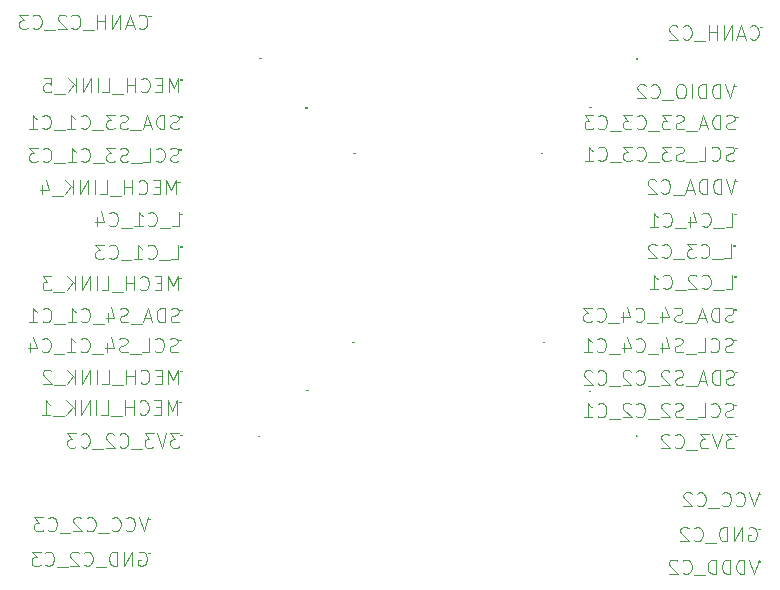
<source format=gbr>
G04 #@! TF.FileFunction,Legend,Bot*
%FSLAX46Y46*%
G04 Gerber Fmt 4.6, Leading zero omitted, Abs format (unit mm)*
G04 Created by KiCad (PCBNEW 4.0.6) date 05/08/17 07:31:19*
%MOMM*%
%LPD*%
G01*
G04 APERTURE LIST*
%ADD10C,0.100000*%
%ADD11C,0.101600*%
%ADD12C,0.002032*%
G04 APERTURE END LIST*
D10*
D11*
X202335443Y-116064248D02*
X201588562Y-116064248D01*
X201990729Y-116523867D01*
X201818371Y-116523867D01*
X201703467Y-116581319D01*
X201646014Y-116638771D01*
X201588562Y-116753676D01*
X201588562Y-117040938D01*
X201646014Y-117155843D01*
X201703467Y-117213295D01*
X201818371Y-117270748D01*
X202163086Y-117270748D01*
X202277990Y-117213295D01*
X202335443Y-117155843D01*
X201243847Y-116064248D02*
X200841681Y-117270748D01*
X200439514Y-116064248D01*
X200152252Y-116064248D02*
X199405371Y-116064248D01*
X199807538Y-116523867D01*
X199635180Y-116523867D01*
X199520276Y-116581319D01*
X199462823Y-116638771D01*
X199405371Y-116753676D01*
X199405371Y-117040938D01*
X199462823Y-117155843D01*
X199520276Y-117213295D01*
X199635180Y-117270748D01*
X199979895Y-117270748D01*
X200094799Y-117213295D01*
X200152252Y-117155843D01*
X199175561Y-117385652D02*
X198256323Y-117385652D01*
X197279633Y-117155843D02*
X197337085Y-117213295D01*
X197509442Y-117270748D01*
X197624347Y-117270748D01*
X197796704Y-117213295D01*
X197911609Y-117098390D01*
X197969061Y-116983486D01*
X198026513Y-116753676D01*
X198026513Y-116581319D01*
X197969061Y-116351510D01*
X197911609Y-116236605D01*
X197796704Y-116121700D01*
X197624347Y-116064248D01*
X197509442Y-116064248D01*
X197337085Y-116121700D01*
X197279633Y-116179152D01*
X196820013Y-116179152D02*
X196762561Y-116121700D01*
X196647656Y-116064248D01*
X196360394Y-116064248D01*
X196245490Y-116121700D01*
X196188037Y-116179152D01*
X196130585Y-116294057D01*
X196130585Y-116408962D01*
X196188037Y-116581319D01*
X196877466Y-117270748D01*
X196130585Y-117270748D01*
D12*
X202543955Y-116219151D02*
X202543955Y-116195021D01*
X202534762Y-116195021D01*
X202532464Y-116196170D01*
X202531315Y-116197319D01*
X202530166Y-116199617D01*
X202530166Y-116203064D01*
X202531315Y-116205362D01*
X202532464Y-116206511D01*
X202534762Y-116207660D01*
X202543955Y-116207660D01*
X202523272Y-116195021D02*
X202509483Y-116195021D01*
X202516378Y-116219151D02*
X202516378Y-116195021D01*
X202487651Y-116219151D02*
X202495695Y-116207660D01*
X202501440Y-116219151D02*
X202501440Y-116195021D01*
X202492247Y-116195021D01*
X202489949Y-116196170D01*
X202488800Y-116197319D01*
X202487651Y-116199617D01*
X202487651Y-116203064D01*
X202488800Y-116205362D01*
X202489949Y-116206511D01*
X202492247Y-116207660D01*
X202501440Y-116207660D01*
X202464670Y-116219151D02*
X202478459Y-116219151D01*
X202471565Y-116219151D02*
X202471565Y-116195021D01*
X202473863Y-116198468D01*
X202476161Y-116200766D01*
X202478459Y-116201915D01*
X202457776Y-116195021D02*
X202443987Y-116195021D01*
X202450882Y-116219151D02*
X202450882Y-116195021D01*
X202435944Y-116219151D02*
X202435944Y-116195021D01*
X202426751Y-116195021D01*
X202424453Y-116196170D01*
X202423304Y-116197319D01*
X202422155Y-116199617D01*
X202422155Y-116203064D01*
X202423304Y-116205362D01*
X202424453Y-116206511D01*
X202426751Y-116207660D01*
X202435944Y-116207660D01*
X202399174Y-116219151D02*
X202412963Y-116219151D01*
X202406069Y-116219151D02*
X202406069Y-116195021D01*
X202408367Y-116198468D01*
X202410665Y-116200766D01*
X202412963Y-116201915D01*
X202376193Y-116219151D02*
X202389982Y-116219151D01*
X202383088Y-116219151D02*
X202383088Y-116195021D01*
X202385386Y-116198468D01*
X202387684Y-116200766D01*
X202389982Y-116201915D01*
X202352063Y-116219151D02*
X202360107Y-116207660D01*
X202365852Y-116219151D02*
X202365852Y-116195021D01*
X202356659Y-116195021D01*
X202354361Y-116196170D01*
X202353212Y-116197319D01*
X202352063Y-116199617D01*
X202352063Y-116203064D01*
X202353212Y-116205362D01*
X202354361Y-116206511D01*
X202356659Y-116207660D01*
X202365852Y-116207660D01*
D11*
X203544362Y-123995700D02*
X203659267Y-123938248D01*
X203831624Y-123938248D01*
X204003981Y-123995700D01*
X204118886Y-124110605D01*
X204176338Y-124225510D01*
X204233790Y-124455319D01*
X204233790Y-124627676D01*
X204176338Y-124857486D01*
X204118886Y-124972390D01*
X204003981Y-125087295D01*
X203831624Y-125144748D01*
X203716719Y-125144748D01*
X203544362Y-125087295D01*
X203486910Y-125029843D01*
X203486910Y-124627676D01*
X203716719Y-124627676D01*
X202969838Y-125144748D02*
X202969838Y-123938248D01*
X202280410Y-125144748D01*
X202280410Y-123938248D01*
X201705886Y-125144748D02*
X201705886Y-123938248D01*
X201418624Y-123938248D01*
X201246267Y-123995700D01*
X201131362Y-124110605D01*
X201073910Y-124225510D01*
X201016458Y-124455319D01*
X201016458Y-124627676D01*
X201073910Y-124857486D01*
X201131362Y-124972390D01*
X201246267Y-125087295D01*
X201418624Y-125144748D01*
X201705886Y-125144748D01*
X200786648Y-125259652D02*
X199867410Y-125259652D01*
X198890720Y-125029843D02*
X198948172Y-125087295D01*
X199120529Y-125144748D01*
X199235434Y-125144748D01*
X199407791Y-125087295D01*
X199522696Y-124972390D01*
X199580148Y-124857486D01*
X199637600Y-124627676D01*
X199637600Y-124455319D01*
X199580148Y-124225510D01*
X199522696Y-124110605D01*
X199407791Y-123995700D01*
X199235434Y-123938248D01*
X199120529Y-123938248D01*
X198948172Y-123995700D01*
X198890720Y-124053152D01*
X198431100Y-124053152D02*
X198373648Y-123995700D01*
X198258743Y-123938248D01*
X197971481Y-123938248D01*
X197856577Y-123995700D01*
X197799124Y-124053152D01*
X197741672Y-124168057D01*
X197741672Y-124282962D01*
X197799124Y-124455319D01*
X198488553Y-125144748D01*
X197741672Y-125144748D01*
D12*
X204499755Y-124093151D02*
X204499755Y-124069021D01*
X204490562Y-124069021D01*
X204488264Y-124070170D01*
X204487115Y-124071319D01*
X204485966Y-124073617D01*
X204485966Y-124077064D01*
X204487115Y-124079362D01*
X204488264Y-124080511D01*
X204490562Y-124081660D01*
X204499755Y-124081660D01*
X204479072Y-124069021D02*
X204465283Y-124069021D01*
X204472178Y-124093151D02*
X204472178Y-124069021D01*
X204443451Y-124093151D02*
X204451495Y-124081660D01*
X204457240Y-124093151D02*
X204457240Y-124069021D01*
X204448047Y-124069021D01*
X204445749Y-124070170D01*
X204444600Y-124071319D01*
X204443451Y-124073617D01*
X204443451Y-124077064D01*
X204444600Y-124079362D01*
X204445749Y-124080511D01*
X204448047Y-124081660D01*
X204457240Y-124081660D01*
X204420470Y-124093151D02*
X204434259Y-124093151D01*
X204427365Y-124093151D02*
X204427365Y-124069021D01*
X204429663Y-124072468D01*
X204431961Y-124074766D01*
X204434259Y-124075915D01*
X204413576Y-124069021D02*
X204399787Y-124069021D01*
X204406682Y-124093151D02*
X204406682Y-124069021D01*
X204391744Y-124093151D02*
X204391744Y-124069021D01*
X204382551Y-124069021D01*
X204380253Y-124070170D01*
X204379104Y-124071319D01*
X204377955Y-124073617D01*
X204377955Y-124077064D01*
X204379104Y-124079362D01*
X204380253Y-124080511D01*
X204382551Y-124081660D01*
X204391744Y-124081660D01*
X204354974Y-124093151D02*
X204368763Y-124093151D01*
X204361869Y-124093151D02*
X204361869Y-124069021D01*
X204364167Y-124072468D01*
X204366465Y-124074766D01*
X204368763Y-124075915D01*
X204331993Y-124093151D02*
X204345782Y-124093151D01*
X204338888Y-124093151D02*
X204338888Y-124069021D01*
X204341186Y-124072468D01*
X204343484Y-124074766D01*
X204345782Y-124075915D01*
X204307863Y-124093151D02*
X204315907Y-124081660D01*
X204321652Y-124093151D02*
X204321652Y-124069021D01*
X204312459Y-124069021D01*
X204310161Y-124070170D01*
X204309012Y-124071319D01*
X204307863Y-124073617D01*
X204307863Y-124077064D01*
X204309012Y-124079362D01*
X204310161Y-124080511D01*
X204312459Y-124081660D01*
X204321652Y-124081660D01*
D11*
X155320043Y-116013448D02*
X154573162Y-116013448D01*
X154975329Y-116473067D01*
X154802971Y-116473067D01*
X154688067Y-116530519D01*
X154630614Y-116587971D01*
X154573162Y-116702876D01*
X154573162Y-116990138D01*
X154630614Y-117105043D01*
X154688067Y-117162495D01*
X154802971Y-117219948D01*
X155147686Y-117219948D01*
X155262590Y-117162495D01*
X155320043Y-117105043D01*
X154228447Y-116013448D02*
X153826281Y-117219948D01*
X153424114Y-116013448D01*
X153136852Y-116013448D02*
X152389971Y-116013448D01*
X152792138Y-116473067D01*
X152619780Y-116473067D01*
X152504876Y-116530519D01*
X152447423Y-116587971D01*
X152389971Y-116702876D01*
X152389971Y-116990138D01*
X152447423Y-117105043D01*
X152504876Y-117162495D01*
X152619780Y-117219948D01*
X152964495Y-117219948D01*
X153079399Y-117162495D01*
X153136852Y-117105043D01*
X152160161Y-117334852D02*
X151240923Y-117334852D01*
X150264233Y-117105043D02*
X150321685Y-117162495D01*
X150494042Y-117219948D01*
X150608947Y-117219948D01*
X150781304Y-117162495D01*
X150896209Y-117047590D01*
X150953661Y-116932686D01*
X151011113Y-116702876D01*
X151011113Y-116530519D01*
X150953661Y-116300710D01*
X150896209Y-116185805D01*
X150781304Y-116070900D01*
X150608947Y-116013448D01*
X150494042Y-116013448D01*
X150321685Y-116070900D01*
X150264233Y-116128352D01*
X149804613Y-116128352D02*
X149747161Y-116070900D01*
X149632256Y-116013448D01*
X149344994Y-116013448D01*
X149230090Y-116070900D01*
X149172637Y-116128352D01*
X149115185Y-116243257D01*
X149115185Y-116358162D01*
X149172637Y-116530519D01*
X149862066Y-117219948D01*
X149115185Y-117219948D01*
X148885375Y-117334852D02*
X147966137Y-117334852D01*
X146989447Y-117105043D02*
X147046899Y-117162495D01*
X147219256Y-117219948D01*
X147334161Y-117219948D01*
X147506518Y-117162495D01*
X147621423Y-117047590D01*
X147678875Y-116932686D01*
X147736327Y-116702876D01*
X147736327Y-116530519D01*
X147678875Y-116300710D01*
X147621423Y-116185805D01*
X147506518Y-116070900D01*
X147334161Y-116013448D01*
X147219256Y-116013448D01*
X147046899Y-116070900D01*
X146989447Y-116128352D01*
X146587280Y-116013448D02*
X145840399Y-116013448D01*
X146242566Y-116473067D01*
X146070208Y-116473067D01*
X145955304Y-116530519D01*
X145897851Y-116587971D01*
X145840399Y-116702876D01*
X145840399Y-116990138D01*
X145897851Y-117105043D01*
X145955304Y-117162495D01*
X146070208Y-117219948D01*
X146414923Y-117219948D01*
X146529827Y-117162495D01*
X146587280Y-117105043D01*
D12*
X155528555Y-116168351D02*
X155528555Y-116144221D01*
X155519362Y-116144221D01*
X155517064Y-116145370D01*
X155515915Y-116146519D01*
X155514766Y-116148817D01*
X155514766Y-116152264D01*
X155515915Y-116154562D01*
X155517064Y-116155711D01*
X155519362Y-116156860D01*
X155528555Y-116156860D01*
X155507872Y-116144221D02*
X155494083Y-116144221D01*
X155500978Y-116168351D02*
X155500978Y-116144221D01*
X155472251Y-116168351D02*
X155480295Y-116156860D01*
X155486040Y-116168351D02*
X155486040Y-116144221D01*
X155476847Y-116144221D01*
X155474549Y-116145370D01*
X155473400Y-116146519D01*
X155472251Y-116148817D01*
X155472251Y-116152264D01*
X155473400Y-116154562D01*
X155474549Y-116155711D01*
X155476847Y-116156860D01*
X155486040Y-116156860D01*
X155449270Y-116168351D02*
X155463059Y-116168351D01*
X155456165Y-116168351D02*
X155456165Y-116144221D01*
X155458463Y-116147668D01*
X155460761Y-116149966D01*
X155463059Y-116151115D01*
X155442376Y-116144221D02*
X155428587Y-116144221D01*
X155435482Y-116168351D02*
X155435482Y-116144221D01*
X155420544Y-116168351D02*
X155420544Y-116144221D01*
X155411351Y-116144221D01*
X155409053Y-116145370D01*
X155407904Y-116146519D01*
X155406755Y-116148817D01*
X155406755Y-116152264D01*
X155407904Y-116154562D01*
X155409053Y-116155711D01*
X155411351Y-116156860D01*
X155420544Y-116156860D01*
X155383774Y-116168351D02*
X155397563Y-116168351D01*
X155390669Y-116168351D02*
X155390669Y-116144221D01*
X155392967Y-116147668D01*
X155395265Y-116149966D01*
X155397563Y-116151115D01*
X155360793Y-116168351D02*
X155374582Y-116168351D01*
X155367688Y-116168351D02*
X155367688Y-116144221D01*
X155369986Y-116147668D01*
X155372284Y-116149966D01*
X155374582Y-116151115D01*
X155336663Y-116168351D02*
X155344707Y-116156860D01*
X155350452Y-116168351D02*
X155350452Y-116144221D01*
X155341259Y-116144221D01*
X155338961Y-116145370D01*
X155337812Y-116146519D01*
X155336663Y-116148817D01*
X155336663Y-116152264D01*
X155337812Y-116154562D01*
X155338961Y-116155711D01*
X155341259Y-116156860D01*
X155350452Y-116156860D01*
D11*
X151906162Y-126078500D02*
X152021067Y-126021048D01*
X152193424Y-126021048D01*
X152365781Y-126078500D01*
X152480686Y-126193405D01*
X152538138Y-126308310D01*
X152595590Y-126538119D01*
X152595590Y-126710476D01*
X152538138Y-126940286D01*
X152480686Y-127055190D01*
X152365781Y-127170095D01*
X152193424Y-127227548D01*
X152078519Y-127227548D01*
X151906162Y-127170095D01*
X151848710Y-127112643D01*
X151848710Y-126710476D01*
X152078519Y-126710476D01*
X151331638Y-127227548D02*
X151331638Y-126021048D01*
X150642210Y-127227548D01*
X150642210Y-126021048D01*
X150067686Y-127227548D02*
X150067686Y-126021048D01*
X149780424Y-126021048D01*
X149608067Y-126078500D01*
X149493162Y-126193405D01*
X149435710Y-126308310D01*
X149378258Y-126538119D01*
X149378258Y-126710476D01*
X149435710Y-126940286D01*
X149493162Y-127055190D01*
X149608067Y-127170095D01*
X149780424Y-127227548D01*
X150067686Y-127227548D01*
X149148448Y-127342452D02*
X148229210Y-127342452D01*
X147252520Y-127112643D02*
X147309972Y-127170095D01*
X147482329Y-127227548D01*
X147597234Y-127227548D01*
X147769591Y-127170095D01*
X147884496Y-127055190D01*
X147941948Y-126940286D01*
X147999400Y-126710476D01*
X147999400Y-126538119D01*
X147941948Y-126308310D01*
X147884496Y-126193405D01*
X147769591Y-126078500D01*
X147597234Y-126021048D01*
X147482329Y-126021048D01*
X147309972Y-126078500D01*
X147252520Y-126135952D01*
X146792900Y-126135952D02*
X146735448Y-126078500D01*
X146620543Y-126021048D01*
X146333281Y-126021048D01*
X146218377Y-126078500D01*
X146160924Y-126135952D01*
X146103472Y-126250857D01*
X146103472Y-126365762D01*
X146160924Y-126538119D01*
X146850353Y-127227548D01*
X146103472Y-127227548D01*
X145873662Y-127342452D02*
X144954424Y-127342452D01*
X143977734Y-127112643D02*
X144035186Y-127170095D01*
X144207543Y-127227548D01*
X144322448Y-127227548D01*
X144494805Y-127170095D01*
X144609710Y-127055190D01*
X144667162Y-126940286D01*
X144724614Y-126710476D01*
X144724614Y-126538119D01*
X144667162Y-126308310D01*
X144609710Y-126193405D01*
X144494805Y-126078500D01*
X144322448Y-126021048D01*
X144207543Y-126021048D01*
X144035186Y-126078500D01*
X143977734Y-126135952D01*
X143575567Y-126021048D02*
X142828686Y-126021048D01*
X143230853Y-126480667D01*
X143058495Y-126480667D01*
X142943591Y-126538119D01*
X142886138Y-126595571D01*
X142828686Y-126710476D01*
X142828686Y-126997738D01*
X142886138Y-127112643D01*
X142943591Y-127170095D01*
X143058495Y-127227548D01*
X143403210Y-127227548D01*
X143518114Y-127170095D01*
X143575567Y-127112643D01*
D12*
X152861555Y-126175951D02*
X152861555Y-126151821D01*
X152852362Y-126151821D01*
X152850064Y-126152970D01*
X152848915Y-126154119D01*
X152847766Y-126156417D01*
X152847766Y-126159864D01*
X152848915Y-126162162D01*
X152850064Y-126163311D01*
X152852362Y-126164460D01*
X152861555Y-126164460D01*
X152840872Y-126151821D02*
X152827083Y-126151821D01*
X152833978Y-126175951D02*
X152833978Y-126151821D01*
X152805251Y-126175951D02*
X152813295Y-126164460D01*
X152819040Y-126175951D02*
X152819040Y-126151821D01*
X152809847Y-126151821D01*
X152807549Y-126152970D01*
X152806400Y-126154119D01*
X152805251Y-126156417D01*
X152805251Y-126159864D01*
X152806400Y-126162162D01*
X152807549Y-126163311D01*
X152809847Y-126164460D01*
X152819040Y-126164460D01*
X152782270Y-126175951D02*
X152796059Y-126175951D01*
X152789165Y-126175951D02*
X152789165Y-126151821D01*
X152791463Y-126155268D01*
X152793761Y-126157566D01*
X152796059Y-126158715D01*
X152775376Y-126151821D02*
X152761587Y-126151821D01*
X152768482Y-126175951D02*
X152768482Y-126151821D01*
X152753544Y-126175951D02*
X152753544Y-126151821D01*
X152744351Y-126151821D01*
X152742053Y-126152970D01*
X152740904Y-126154119D01*
X152739755Y-126156417D01*
X152739755Y-126159864D01*
X152740904Y-126162162D01*
X152742053Y-126163311D01*
X152744351Y-126164460D01*
X152753544Y-126164460D01*
X152716774Y-126175951D02*
X152730563Y-126175951D01*
X152723669Y-126175951D02*
X152723669Y-126151821D01*
X152725967Y-126155268D01*
X152728265Y-126157566D01*
X152730563Y-126158715D01*
X152693793Y-126175951D02*
X152707582Y-126175951D01*
X152700688Y-126175951D02*
X152700688Y-126151821D01*
X152702986Y-126155268D01*
X152705284Y-126157566D01*
X152707582Y-126158715D01*
X152669663Y-126175951D02*
X152677707Y-126164460D01*
X152683452Y-126175951D02*
X152683452Y-126151821D01*
X152674259Y-126151821D01*
X152671961Y-126152970D01*
X152670812Y-126154119D01*
X152669663Y-126156417D01*
X152669663Y-126159864D01*
X152670812Y-126162162D01*
X152671961Y-126163311D01*
X152674259Y-126164460D01*
X152683452Y-126164460D01*
D11*
X201569814Y-103783348D02*
X202144338Y-103783348D01*
X202144338Y-102576848D01*
X201454910Y-103898252D02*
X200535672Y-103898252D01*
X199558982Y-103668443D02*
X199616434Y-103725895D01*
X199788791Y-103783348D01*
X199903696Y-103783348D01*
X200076053Y-103725895D01*
X200190958Y-103610990D01*
X200248410Y-103496086D01*
X200305862Y-103266276D01*
X200305862Y-103093919D01*
X200248410Y-102864110D01*
X200190958Y-102749205D01*
X200076053Y-102634300D01*
X199903696Y-102576848D01*
X199788791Y-102576848D01*
X199616434Y-102634300D01*
X199558982Y-102691752D01*
X199099362Y-102691752D02*
X199041910Y-102634300D01*
X198927005Y-102576848D01*
X198639743Y-102576848D01*
X198524839Y-102634300D01*
X198467386Y-102691752D01*
X198409934Y-102806657D01*
X198409934Y-102921562D01*
X198467386Y-103093919D01*
X199156815Y-103783348D01*
X198409934Y-103783348D01*
X198180124Y-103898252D02*
X197260886Y-103898252D01*
X196284196Y-103668443D02*
X196341648Y-103725895D01*
X196514005Y-103783348D01*
X196628910Y-103783348D01*
X196801267Y-103725895D01*
X196916172Y-103610990D01*
X196973624Y-103496086D01*
X197031076Y-103266276D01*
X197031076Y-103093919D01*
X196973624Y-102864110D01*
X196916172Y-102749205D01*
X196801267Y-102634300D01*
X196628910Y-102576848D01*
X196514005Y-102576848D01*
X196341648Y-102634300D01*
X196284196Y-102691752D01*
X195135148Y-103783348D02*
X195824576Y-103783348D01*
X195479862Y-103783348D02*
X195479862Y-102576848D01*
X195594767Y-102749205D01*
X195709672Y-102864110D01*
X195824576Y-102921562D01*
D12*
X202467755Y-102731751D02*
X202467755Y-102707621D01*
X202458562Y-102707621D01*
X202456264Y-102708770D01*
X202455115Y-102709919D01*
X202453966Y-102712217D01*
X202453966Y-102715664D01*
X202455115Y-102717962D01*
X202456264Y-102719111D01*
X202458562Y-102720260D01*
X202467755Y-102720260D01*
X202447072Y-102707621D02*
X202433283Y-102707621D01*
X202440178Y-102731751D02*
X202440178Y-102707621D01*
X202411451Y-102731751D02*
X202419495Y-102720260D01*
X202425240Y-102731751D02*
X202425240Y-102707621D01*
X202416047Y-102707621D01*
X202413749Y-102708770D01*
X202412600Y-102709919D01*
X202411451Y-102712217D01*
X202411451Y-102715664D01*
X202412600Y-102717962D01*
X202413749Y-102719111D01*
X202416047Y-102720260D01*
X202425240Y-102720260D01*
X202388470Y-102731751D02*
X202402259Y-102731751D01*
X202395365Y-102731751D02*
X202395365Y-102707621D01*
X202397663Y-102711068D01*
X202399961Y-102713366D01*
X202402259Y-102714515D01*
X202381576Y-102707621D02*
X202367787Y-102707621D01*
X202374682Y-102731751D02*
X202374682Y-102707621D01*
X202359744Y-102731751D02*
X202359744Y-102707621D01*
X202350551Y-102707621D01*
X202348253Y-102708770D01*
X202347104Y-102709919D01*
X202345955Y-102712217D01*
X202345955Y-102715664D01*
X202347104Y-102717962D01*
X202348253Y-102719111D01*
X202350551Y-102720260D01*
X202359744Y-102720260D01*
X202322974Y-102731751D02*
X202336763Y-102731751D01*
X202329869Y-102731751D02*
X202329869Y-102707621D01*
X202332167Y-102711068D01*
X202334465Y-102713366D01*
X202336763Y-102714515D01*
X202299993Y-102731751D02*
X202313782Y-102731751D01*
X202306888Y-102731751D02*
X202306888Y-102707621D01*
X202309186Y-102711068D01*
X202311484Y-102713366D01*
X202313782Y-102714515D01*
X202275863Y-102731751D02*
X202283907Y-102720260D01*
X202289652Y-102731751D02*
X202289652Y-102707621D01*
X202280459Y-102707621D01*
X202278161Y-102708770D01*
X202277012Y-102709919D01*
X202275863Y-102712217D01*
X202275863Y-102715664D01*
X202277012Y-102717962D01*
X202278161Y-102719111D01*
X202280459Y-102720260D01*
X202289652Y-102720260D01*
D11*
X201468214Y-101167148D02*
X202042738Y-101167148D01*
X202042738Y-99960648D01*
X201353310Y-101282052D02*
X200434072Y-101282052D01*
X199457382Y-101052243D02*
X199514834Y-101109695D01*
X199687191Y-101167148D01*
X199802096Y-101167148D01*
X199974453Y-101109695D01*
X200089358Y-100994790D01*
X200146810Y-100879886D01*
X200204262Y-100650076D01*
X200204262Y-100477719D01*
X200146810Y-100247910D01*
X200089358Y-100133005D01*
X199974453Y-100018100D01*
X199802096Y-99960648D01*
X199687191Y-99960648D01*
X199514834Y-100018100D01*
X199457382Y-100075552D01*
X199055215Y-99960648D02*
X198308334Y-99960648D01*
X198710501Y-100420267D01*
X198538143Y-100420267D01*
X198423239Y-100477719D01*
X198365786Y-100535171D01*
X198308334Y-100650076D01*
X198308334Y-100937338D01*
X198365786Y-101052243D01*
X198423239Y-101109695D01*
X198538143Y-101167148D01*
X198882858Y-101167148D01*
X198997762Y-101109695D01*
X199055215Y-101052243D01*
X198078524Y-101282052D02*
X197159286Y-101282052D01*
X196182596Y-101052243D02*
X196240048Y-101109695D01*
X196412405Y-101167148D01*
X196527310Y-101167148D01*
X196699667Y-101109695D01*
X196814572Y-100994790D01*
X196872024Y-100879886D01*
X196929476Y-100650076D01*
X196929476Y-100477719D01*
X196872024Y-100247910D01*
X196814572Y-100133005D01*
X196699667Y-100018100D01*
X196527310Y-99960648D01*
X196412405Y-99960648D01*
X196240048Y-100018100D01*
X196182596Y-100075552D01*
X195722976Y-100075552D02*
X195665524Y-100018100D01*
X195550619Y-99960648D01*
X195263357Y-99960648D01*
X195148453Y-100018100D01*
X195091000Y-100075552D01*
X195033548Y-100190457D01*
X195033548Y-100305362D01*
X195091000Y-100477719D01*
X195780429Y-101167148D01*
X195033548Y-101167148D01*
D12*
X202366155Y-100115551D02*
X202366155Y-100091421D01*
X202356962Y-100091421D01*
X202354664Y-100092570D01*
X202353515Y-100093719D01*
X202352366Y-100096017D01*
X202352366Y-100099464D01*
X202353515Y-100101762D01*
X202354664Y-100102911D01*
X202356962Y-100104060D01*
X202366155Y-100104060D01*
X202345472Y-100091421D02*
X202331683Y-100091421D01*
X202338578Y-100115551D02*
X202338578Y-100091421D01*
X202309851Y-100115551D02*
X202317895Y-100104060D01*
X202323640Y-100115551D02*
X202323640Y-100091421D01*
X202314447Y-100091421D01*
X202312149Y-100092570D01*
X202311000Y-100093719D01*
X202309851Y-100096017D01*
X202309851Y-100099464D01*
X202311000Y-100101762D01*
X202312149Y-100102911D01*
X202314447Y-100104060D01*
X202323640Y-100104060D01*
X202286870Y-100115551D02*
X202300659Y-100115551D01*
X202293765Y-100115551D02*
X202293765Y-100091421D01*
X202296063Y-100094868D01*
X202298361Y-100097166D01*
X202300659Y-100098315D01*
X202279976Y-100091421D02*
X202266187Y-100091421D01*
X202273082Y-100115551D02*
X202273082Y-100091421D01*
X202258144Y-100115551D02*
X202258144Y-100091421D01*
X202248951Y-100091421D01*
X202246653Y-100092570D01*
X202245504Y-100093719D01*
X202244355Y-100096017D01*
X202244355Y-100099464D01*
X202245504Y-100101762D01*
X202246653Y-100102911D01*
X202248951Y-100104060D01*
X202258144Y-100104060D01*
X202221374Y-100115551D02*
X202235163Y-100115551D01*
X202228269Y-100115551D02*
X202228269Y-100091421D01*
X202230567Y-100094868D01*
X202232865Y-100097166D01*
X202235163Y-100098315D01*
X202198393Y-100115551D02*
X202212182Y-100115551D01*
X202205288Y-100115551D02*
X202205288Y-100091421D01*
X202207586Y-100094868D01*
X202209884Y-100097166D01*
X202212182Y-100098315D01*
X202174263Y-100115551D02*
X202182307Y-100104060D01*
X202188052Y-100115551D02*
X202188052Y-100091421D01*
X202178859Y-100091421D01*
X202176561Y-100092570D01*
X202175412Y-100093719D01*
X202174263Y-100096017D01*
X202174263Y-100099464D01*
X202175412Y-100101762D01*
X202176561Y-100102911D01*
X202178859Y-100104060D01*
X202188052Y-100104060D01*
D11*
X154656014Y-101243348D02*
X155230538Y-101243348D01*
X155230538Y-100036848D01*
X154541110Y-101358252D02*
X153621872Y-101358252D01*
X152645182Y-101128443D02*
X152702634Y-101185895D01*
X152874991Y-101243348D01*
X152989896Y-101243348D01*
X153162253Y-101185895D01*
X153277158Y-101070990D01*
X153334610Y-100956086D01*
X153392062Y-100726276D01*
X153392062Y-100553919D01*
X153334610Y-100324110D01*
X153277158Y-100209205D01*
X153162253Y-100094300D01*
X152989896Y-100036848D01*
X152874991Y-100036848D01*
X152702634Y-100094300D01*
X152645182Y-100151752D01*
X151496134Y-101243348D02*
X152185562Y-101243348D01*
X151840848Y-101243348D02*
X151840848Y-100036848D01*
X151955753Y-100209205D01*
X152070658Y-100324110D01*
X152185562Y-100381562D01*
X151266324Y-101358252D02*
X150347086Y-101358252D01*
X149370396Y-101128443D02*
X149427848Y-101185895D01*
X149600205Y-101243348D01*
X149715110Y-101243348D01*
X149887467Y-101185895D01*
X150002372Y-101070990D01*
X150059824Y-100956086D01*
X150117276Y-100726276D01*
X150117276Y-100553919D01*
X150059824Y-100324110D01*
X150002372Y-100209205D01*
X149887467Y-100094300D01*
X149715110Y-100036848D01*
X149600205Y-100036848D01*
X149427848Y-100094300D01*
X149370396Y-100151752D01*
X148968229Y-100036848D02*
X148221348Y-100036848D01*
X148623515Y-100496467D01*
X148451157Y-100496467D01*
X148336253Y-100553919D01*
X148278800Y-100611371D01*
X148221348Y-100726276D01*
X148221348Y-101013538D01*
X148278800Y-101128443D01*
X148336253Y-101185895D01*
X148451157Y-101243348D01*
X148795872Y-101243348D01*
X148910776Y-101185895D01*
X148968229Y-101128443D01*
D12*
X155553955Y-100191751D02*
X155553955Y-100167621D01*
X155544762Y-100167621D01*
X155542464Y-100168770D01*
X155541315Y-100169919D01*
X155540166Y-100172217D01*
X155540166Y-100175664D01*
X155541315Y-100177962D01*
X155542464Y-100179111D01*
X155544762Y-100180260D01*
X155553955Y-100180260D01*
X155533272Y-100167621D02*
X155519483Y-100167621D01*
X155526378Y-100191751D02*
X155526378Y-100167621D01*
X155497651Y-100191751D02*
X155505695Y-100180260D01*
X155511440Y-100191751D02*
X155511440Y-100167621D01*
X155502247Y-100167621D01*
X155499949Y-100168770D01*
X155498800Y-100169919D01*
X155497651Y-100172217D01*
X155497651Y-100175664D01*
X155498800Y-100177962D01*
X155499949Y-100179111D01*
X155502247Y-100180260D01*
X155511440Y-100180260D01*
X155474670Y-100191751D02*
X155488459Y-100191751D01*
X155481565Y-100191751D02*
X155481565Y-100167621D01*
X155483863Y-100171068D01*
X155486161Y-100173366D01*
X155488459Y-100174515D01*
X155467776Y-100167621D02*
X155453987Y-100167621D01*
X155460882Y-100191751D02*
X155460882Y-100167621D01*
X155445944Y-100191751D02*
X155445944Y-100167621D01*
X155436751Y-100167621D01*
X155434453Y-100168770D01*
X155433304Y-100169919D01*
X155432155Y-100172217D01*
X155432155Y-100175664D01*
X155433304Y-100177962D01*
X155434453Y-100179111D01*
X155436751Y-100180260D01*
X155445944Y-100180260D01*
X155409174Y-100191751D02*
X155422963Y-100191751D01*
X155416069Y-100191751D02*
X155416069Y-100167621D01*
X155418367Y-100171068D01*
X155420665Y-100173366D01*
X155422963Y-100174515D01*
X155386193Y-100191751D02*
X155399982Y-100191751D01*
X155393088Y-100191751D02*
X155393088Y-100167621D01*
X155395386Y-100171068D01*
X155397684Y-100173366D01*
X155399982Y-100174515D01*
X155362063Y-100191751D02*
X155370107Y-100180260D01*
X155375852Y-100191751D02*
X155375852Y-100167621D01*
X155366659Y-100167621D01*
X155364361Y-100168770D01*
X155363212Y-100169919D01*
X155362063Y-100172217D01*
X155362063Y-100175664D01*
X155363212Y-100177962D01*
X155364361Y-100179111D01*
X155366659Y-100180260D01*
X155375852Y-100180260D01*
D11*
X201569814Y-98525548D02*
X202144338Y-98525548D01*
X202144338Y-97319048D01*
X201454910Y-98640452D02*
X200535672Y-98640452D01*
X199558982Y-98410643D02*
X199616434Y-98468095D01*
X199788791Y-98525548D01*
X199903696Y-98525548D01*
X200076053Y-98468095D01*
X200190958Y-98353190D01*
X200248410Y-98238286D01*
X200305862Y-98008476D01*
X200305862Y-97836119D01*
X200248410Y-97606310D01*
X200190958Y-97491405D01*
X200076053Y-97376500D01*
X199903696Y-97319048D01*
X199788791Y-97319048D01*
X199616434Y-97376500D01*
X199558982Y-97433952D01*
X198524839Y-97721214D02*
X198524839Y-98525548D01*
X198812101Y-97261595D02*
X199099362Y-98123381D01*
X198352482Y-98123381D01*
X198180124Y-98640452D02*
X197260886Y-98640452D01*
X196284196Y-98410643D02*
X196341648Y-98468095D01*
X196514005Y-98525548D01*
X196628910Y-98525548D01*
X196801267Y-98468095D01*
X196916172Y-98353190D01*
X196973624Y-98238286D01*
X197031076Y-98008476D01*
X197031076Y-97836119D01*
X196973624Y-97606310D01*
X196916172Y-97491405D01*
X196801267Y-97376500D01*
X196628910Y-97319048D01*
X196514005Y-97319048D01*
X196341648Y-97376500D01*
X196284196Y-97433952D01*
X195135148Y-98525548D02*
X195824576Y-98525548D01*
X195479862Y-98525548D02*
X195479862Y-97319048D01*
X195594767Y-97491405D01*
X195709672Y-97606310D01*
X195824576Y-97663762D01*
D12*
X202467755Y-97473951D02*
X202467755Y-97449821D01*
X202458562Y-97449821D01*
X202456264Y-97450970D01*
X202455115Y-97452119D01*
X202453966Y-97454417D01*
X202453966Y-97457864D01*
X202455115Y-97460162D01*
X202456264Y-97461311D01*
X202458562Y-97462460D01*
X202467755Y-97462460D01*
X202447072Y-97449821D02*
X202433283Y-97449821D01*
X202440178Y-97473951D02*
X202440178Y-97449821D01*
X202411451Y-97473951D02*
X202419495Y-97462460D01*
X202425240Y-97473951D02*
X202425240Y-97449821D01*
X202416047Y-97449821D01*
X202413749Y-97450970D01*
X202412600Y-97452119D01*
X202411451Y-97454417D01*
X202411451Y-97457864D01*
X202412600Y-97460162D01*
X202413749Y-97461311D01*
X202416047Y-97462460D01*
X202425240Y-97462460D01*
X202388470Y-97473951D02*
X202402259Y-97473951D01*
X202395365Y-97473951D02*
X202395365Y-97449821D01*
X202397663Y-97453268D01*
X202399961Y-97455566D01*
X202402259Y-97456715D01*
X202381576Y-97449821D02*
X202367787Y-97449821D01*
X202374682Y-97473951D02*
X202374682Y-97449821D01*
X202359744Y-97473951D02*
X202359744Y-97449821D01*
X202350551Y-97449821D01*
X202348253Y-97450970D01*
X202347104Y-97452119D01*
X202345955Y-97454417D01*
X202345955Y-97457864D01*
X202347104Y-97460162D01*
X202348253Y-97461311D01*
X202350551Y-97462460D01*
X202359744Y-97462460D01*
X202322974Y-97473951D02*
X202336763Y-97473951D01*
X202329869Y-97473951D02*
X202329869Y-97449821D01*
X202332167Y-97453268D01*
X202334465Y-97455566D01*
X202336763Y-97456715D01*
X202299993Y-97473951D02*
X202313782Y-97473951D01*
X202306888Y-97473951D02*
X202306888Y-97449821D01*
X202309186Y-97453268D01*
X202311484Y-97455566D01*
X202313782Y-97456715D01*
X202275863Y-97473951D02*
X202283907Y-97462460D01*
X202289652Y-97473951D02*
X202289652Y-97449821D01*
X202280459Y-97449821D01*
X202278161Y-97450970D01*
X202277012Y-97452119D01*
X202275863Y-97454417D01*
X202275863Y-97457864D01*
X202277012Y-97460162D01*
X202278161Y-97461311D01*
X202280459Y-97462460D01*
X202289652Y-97462460D01*
D11*
X154681414Y-98474748D02*
X155255938Y-98474748D01*
X155255938Y-97268248D01*
X154566510Y-98589652D02*
X153647272Y-98589652D01*
X152670582Y-98359843D02*
X152728034Y-98417295D01*
X152900391Y-98474748D01*
X153015296Y-98474748D01*
X153187653Y-98417295D01*
X153302558Y-98302390D01*
X153360010Y-98187486D01*
X153417462Y-97957676D01*
X153417462Y-97785319D01*
X153360010Y-97555510D01*
X153302558Y-97440605D01*
X153187653Y-97325700D01*
X153015296Y-97268248D01*
X152900391Y-97268248D01*
X152728034Y-97325700D01*
X152670582Y-97383152D01*
X151521534Y-98474748D02*
X152210962Y-98474748D01*
X151866248Y-98474748D02*
X151866248Y-97268248D01*
X151981153Y-97440605D01*
X152096058Y-97555510D01*
X152210962Y-97612962D01*
X151291724Y-98589652D02*
X150372486Y-98589652D01*
X149395796Y-98359843D02*
X149453248Y-98417295D01*
X149625605Y-98474748D01*
X149740510Y-98474748D01*
X149912867Y-98417295D01*
X150027772Y-98302390D01*
X150085224Y-98187486D01*
X150142676Y-97957676D01*
X150142676Y-97785319D01*
X150085224Y-97555510D01*
X150027772Y-97440605D01*
X149912867Y-97325700D01*
X149740510Y-97268248D01*
X149625605Y-97268248D01*
X149453248Y-97325700D01*
X149395796Y-97383152D01*
X148361653Y-97670414D02*
X148361653Y-98474748D01*
X148648915Y-97210795D02*
X148936176Y-98072581D01*
X148189296Y-98072581D01*
D12*
X155579355Y-97423151D02*
X155579355Y-97399021D01*
X155570162Y-97399021D01*
X155567864Y-97400170D01*
X155566715Y-97401319D01*
X155565566Y-97403617D01*
X155565566Y-97407064D01*
X155566715Y-97409362D01*
X155567864Y-97410511D01*
X155570162Y-97411660D01*
X155579355Y-97411660D01*
X155558672Y-97399021D02*
X155544883Y-97399021D01*
X155551778Y-97423151D02*
X155551778Y-97399021D01*
X155523051Y-97423151D02*
X155531095Y-97411660D01*
X155536840Y-97423151D02*
X155536840Y-97399021D01*
X155527647Y-97399021D01*
X155525349Y-97400170D01*
X155524200Y-97401319D01*
X155523051Y-97403617D01*
X155523051Y-97407064D01*
X155524200Y-97409362D01*
X155525349Y-97410511D01*
X155527647Y-97411660D01*
X155536840Y-97411660D01*
X155500070Y-97423151D02*
X155513859Y-97423151D01*
X155506965Y-97423151D02*
X155506965Y-97399021D01*
X155509263Y-97402468D01*
X155511561Y-97404766D01*
X155513859Y-97405915D01*
X155493176Y-97399021D02*
X155479387Y-97399021D01*
X155486282Y-97423151D02*
X155486282Y-97399021D01*
X155471344Y-97423151D02*
X155471344Y-97399021D01*
X155462151Y-97399021D01*
X155459853Y-97400170D01*
X155458704Y-97401319D01*
X155457555Y-97403617D01*
X155457555Y-97407064D01*
X155458704Y-97409362D01*
X155459853Y-97410511D01*
X155462151Y-97411660D01*
X155471344Y-97411660D01*
X155434574Y-97423151D02*
X155448363Y-97423151D01*
X155441469Y-97423151D02*
X155441469Y-97399021D01*
X155443767Y-97402468D01*
X155446065Y-97404766D01*
X155448363Y-97405915D01*
X155411593Y-97423151D02*
X155425382Y-97423151D01*
X155418488Y-97423151D02*
X155418488Y-97399021D01*
X155420786Y-97402468D01*
X155423084Y-97404766D01*
X155425382Y-97405915D01*
X155387463Y-97423151D02*
X155395507Y-97411660D01*
X155401252Y-97423151D02*
X155401252Y-97399021D01*
X155392059Y-97399021D01*
X155389761Y-97400170D01*
X155388612Y-97401319D01*
X155387463Y-97403617D01*
X155387463Y-97407064D01*
X155388612Y-97409362D01*
X155389761Y-97410511D01*
X155392059Y-97411660D01*
X155401252Y-97411660D01*
D11*
X202227190Y-114597095D02*
X202054833Y-114654548D01*
X201767571Y-114654548D01*
X201652667Y-114597095D01*
X201595214Y-114539643D01*
X201537762Y-114424738D01*
X201537762Y-114309833D01*
X201595214Y-114194929D01*
X201652667Y-114137476D01*
X201767571Y-114080024D01*
X201997381Y-114022571D01*
X202112286Y-113965119D01*
X202169738Y-113907667D01*
X202227190Y-113792762D01*
X202227190Y-113677857D01*
X202169738Y-113562952D01*
X202112286Y-113505500D01*
X201997381Y-113448048D01*
X201710119Y-113448048D01*
X201537762Y-113505500D01*
X200331262Y-114539643D02*
X200388714Y-114597095D01*
X200561071Y-114654548D01*
X200675976Y-114654548D01*
X200848333Y-114597095D01*
X200963238Y-114482190D01*
X201020690Y-114367286D01*
X201078142Y-114137476D01*
X201078142Y-113965119D01*
X201020690Y-113735310D01*
X200963238Y-113620405D01*
X200848333Y-113505500D01*
X200675976Y-113448048D01*
X200561071Y-113448048D01*
X200388714Y-113505500D01*
X200331262Y-113562952D01*
X199239666Y-114654548D02*
X199814190Y-114654548D01*
X199814190Y-113448048D01*
X199124762Y-114769452D02*
X198205524Y-114769452D01*
X197975714Y-114597095D02*
X197803357Y-114654548D01*
X197516095Y-114654548D01*
X197401191Y-114597095D01*
X197343738Y-114539643D01*
X197286286Y-114424738D01*
X197286286Y-114309833D01*
X197343738Y-114194929D01*
X197401191Y-114137476D01*
X197516095Y-114080024D01*
X197745905Y-114022571D01*
X197860810Y-113965119D01*
X197918262Y-113907667D01*
X197975714Y-113792762D01*
X197975714Y-113677857D01*
X197918262Y-113562952D01*
X197860810Y-113505500D01*
X197745905Y-113448048D01*
X197458643Y-113448048D01*
X197286286Y-113505500D01*
X196826666Y-113562952D02*
X196769214Y-113505500D01*
X196654309Y-113448048D01*
X196367047Y-113448048D01*
X196252143Y-113505500D01*
X196194690Y-113562952D01*
X196137238Y-113677857D01*
X196137238Y-113792762D01*
X196194690Y-113965119D01*
X196884119Y-114654548D01*
X196137238Y-114654548D01*
X195907428Y-114769452D02*
X194988190Y-114769452D01*
X194011500Y-114539643D02*
X194068952Y-114597095D01*
X194241309Y-114654548D01*
X194356214Y-114654548D01*
X194528571Y-114597095D01*
X194643476Y-114482190D01*
X194700928Y-114367286D01*
X194758380Y-114137476D01*
X194758380Y-113965119D01*
X194700928Y-113735310D01*
X194643476Y-113620405D01*
X194528571Y-113505500D01*
X194356214Y-113448048D01*
X194241309Y-113448048D01*
X194068952Y-113505500D01*
X194011500Y-113562952D01*
X193551880Y-113562952D02*
X193494428Y-113505500D01*
X193379523Y-113448048D01*
X193092261Y-113448048D01*
X192977357Y-113505500D01*
X192919904Y-113562952D01*
X192862452Y-113677857D01*
X192862452Y-113792762D01*
X192919904Y-113965119D01*
X193609333Y-114654548D01*
X192862452Y-114654548D01*
X192632642Y-114769452D02*
X191713404Y-114769452D01*
X190736714Y-114539643D02*
X190794166Y-114597095D01*
X190966523Y-114654548D01*
X191081428Y-114654548D01*
X191253785Y-114597095D01*
X191368690Y-114482190D01*
X191426142Y-114367286D01*
X191483594Y-114137476D01*
X191483594Y-113965119D01*
X191426142Y-113735310D01*
X191368690Y-113620405D01*
X191253785Y-113505500D01*
X191081428Y-113448048D01*
X190966523Y-113448048D01*
X190794166Y-113505500D01*
X190736714Y-113562952D01*
X189587666Y-114654548D02*
X190277094Y-114654548D01*
X189932380Y-114654548D02*
X189932380Y-113448048D01*
X190047285Y-113620405D01*
X190162190Y-113735310D01*
X190277094Y-113792762D01*
D12*
X202493155Y-113602951D02*
X202493155Y-113578821D01*
X202483962Y-113578821D01*
X202481664Y-113579970D01*
X202480515Y-113581119D01*
X202479366Y-113583417D01*
X202479366Y-113586864D01*
X202480515Y-113589162D01*
X202481664Y-113590311D01*
X202483962Y-113591460D01*
X202493155Y-113591460D01*
X202472472Y-113578821D02*
X202458683Y-113578821D01*
X202465578Y-113602951D02*
X202465578Y-113578821D01*
X202436851Y-113602951D02*
X202444895Y-113591460D01*
X202450640Y-113602951D02*
X202450640Y-113578821D01*
X202441447Y-113578821D01*
X202439149Y-113579970D01*
X202438000Y-113581119D01*
X202436851Y-113583417D01*
X202436851Y-113586864D01*
X202438000Y-113589162D01*
X202439149Y-113590311D01*
X202441447Y-113591460D01*
X202450640Y-113591460D01*
X202413870Y-113602951D02*
X202427659Y-113602951D01*
X202420765Y-113602951D02*
X202420765Y-113578821D01*
X202423063Y-113582268D01*
X202425361Y-113584566D01*
X202427659Y-113585715D01*
X202406976Y-113578821D02*
X202393187Y-113578821D01*
X202400082Y-113602951D02*
X202400082Y-113578821D01*
X202385144Y-113602951D02*
X202385144Y-113578821D01*
X202375951Y-113578821D01*
X202373653Y-113579970D01*
X202372504Y-113581119D01*
X202371355Y-113583417D01*
X202371355Y-113586864D01*
X202372504Y-113589162D01*
X202373653Y-113590311D01*
X202375951Y-113591460D01*
X202385144Y-113591460D01*
X202348374Y-113602951D02*
X202362163Y-113602951D01*
X202355269Y-113602951D02*
X202355269Y-113578821D01*
X202357567Y-113582268D01*
X202359865Y-113584566D01*
X202362163Y-113585715D01*
X202325393Y-113602951D02*
X202339182Y-113602951D01*
X202332288Y-113602951D02*
X202332288Y-113578821D01*
X202334586Y-113582268D01*
X202336884Y-113584566D01*
X202339182Y-113585715D01*
X202301263Y-113602951D02*
X202309307Y-113591460D01*
X202315052Y-113602951D02*
X202315052Y-113578821D01*
X202305859Y-113578821D01*
X202303561Y-113579970D01*
X202302412Y-113581119D01*
X202301263Y-113583417D01*
X202301263Y-113586864D01*
X202302412Y-113589162D01*
X202303561Y-113590311D01*
X202305859Y-113591460D01*
X202315052Y-113591460D01*
D11*
X202277990Y-92880095D02*
X202105633Y-92937548D01*
X201818371Y-92937548D01*
X201703467Y-92880095D01*
X201646014Y-92822643D01*
X201588562Y-92707738D01*
X201588562Y-92592833D01*
X201646014Y-92477929D01*
X201703467Y-92420476D01*
X201818371Y-92363024D01*
X202048181Y-92305571D01*
X202163086Y-92248119D01*
X202220538Y-92190667D01*
X202277990Y-92075762D01*
X202277990Y-91960857D01*
X202220538Y-91845952D01*
X202163086Y-91788500D01*
X202048181Y-91731048D01*
X201760919Y-91731048D01*
X201588562Y-91788500D01*
X200382062Y-92822643D02*
X200439514Y-92880095D01*
X200611871Y-92937548D01*
X200726776Y-92937548D01*
X200899133Y-92880095D01*
X201014038Y-92765190D01*
X201071490Y-92650286D01*
X201128942Y-92420476D01*
X201128942Y-92248119D01*
X201071490Y-92018310D01*
X201014038Y-91903405D01*
X200899133Y-91788500D01*
X200726776Y-91731048D01*
X200611871Y-91731048D01*
X200439514Y-91788500D01*
X200382062Y-91845952D01*
X199290466Y-92937548D02*
X199864990Y-92937548D01*
X199864990Y-91731048D01*
X199175562Y-93052452D02*
X198256324Y-93052452D01*
X198026514Y-92880095D02*
X197854157Y-92937548D01*
X197566895Y-92937548D01*
X197451991Y-92880095D01*
X197394538Y-92822643D01*
X197337086Y-92707738D01*
X197337086Y-92592833D01*
X197394538Y-92477929D01*
X197451991Y-92420476D01*
X197566895Y-92363024D01*
X197796705Y-92305571D01*
X197911610Y-92248119D01*
X197969062Y-92190667D01*
X198026514Y-92075762D01*
X198026514Y-91960857D01*
X197969062Y-91845952D01*
X197911610Y-91788500D01*
X197796705Y-91731048D01*
X197509443Y-91731048D01*
X197337086Y-91788500D01*
X196934919Y-91731048D02*
X196188038Y-91731048D01*
X196590205Y-92190667D01*
X196417847Y-92190667D01*
X196302943Y-92248119D01*
X196245490Y-92305571D01*
X196188038Y-92420476D01*
X196188038Y-92707738D01*
X196245490Y-92822643D01*
X196302943Y-92880095D01*
X196417847Y-92937548D01*
X196762562Y-92937548D01*
X196877466Y-92880095D01*
X196934919Y-92822643D01*
X195958228Y-93052452D02*
X195038990Y-93052452D01*
X194062300Y-92822643D02*
X194119752Y-92880095D01*
X194292109Y-92937548D01*
X194407014Y-92937548D01*
X194579371Y-92880095D01*
X194694276Y-92765190D01*
X194751728Y-92650286D01*
X194809180Y-92420476D01*
X194809180Y-92248119D01*
X194751728Y-92018310D01*
X194694276Y-91903405D01*
X194579371Y-91788500D01*
X194407014Y-91731048D01*
X194292109Y-91731048D01*
X194119752Y-91788500D01*
X194062300Y-91845952D01*
X193660133Y-91731048D02*
X192913252Y-91731048D01*
X193315419Y-92190667D01*
X193143061Y-92190667D01*
X193028157Y-92248119D01*
X192970704Y-92305571D01*
X192913252Y-92420476D01*
X192913252Y-92707738D01*
X192970704Y-92822643D01*
X193028157Y-92880095D01*
X193143061Y-92937548D01*
X193487776Y-92937548D01*
X193602680Y-92880095D01*
X193660133Y-92822643D01*
X192683442Y-93052452D02*
X191764204Y-93052452D01*
X190787514Y-92822643D02*
X190844966Y-92880095D01*
X191017323Y-92937548D01*
X191132228Y-92937548D01*
X191304585Y-92880095D01*
X191419490Y-92765190D01*
X191476942Y-92650286D01*
X191534394Y-92420476D01*
X191534394Y-92248119D01*
X191476942Y-92018310D01*
X191419490Y-91903405D01*
X191304585Y-91788500D01*
X191132228Y-91731048D01*
X191017323Y-91731048D01*
X190844966Y-91788500D01*
X190787514Y-91845952D01*
X189638466Y-92937548D02*
X190327894Y-92937548D01*
X189983180Y-92937548D02*
X189983180Y-91731048D01*
X190098085Y-91903405D01*
X190212990Y-92018310D01*
X190327894Y-92075762D01*
D12*
X202543955Y-91885951D02*
X202543955Y-91861821D01*
X202534762Y-91861821D01*
X202532464Y-91862970D01*
X202531315Y-91864119D01*
X202530166Y-91866417D01*
X202530166Y-91869864D01*
X202531315Y-91872162D01*
X202532464Y-91873311D01*
X202534762Y-91874460D01*
X202543955Y-91874460D01*
X202523272Y-91861821D02*
X202509483Y-91861821D01*
X202516378Y-91885951D02*
X202516378Y-91861821D01*
X202487651Y-91885951D02*
X202495695Y-91874460D01*
X202501440Y-91885951D02*
X202501440Y-91861821D01*
X202492247Y-91861821D01*
X202489949Y-91862970D01*
X202488800Y-91864119D01*
X202487651Y-91866417D01*
X202487651Y-91869864D01*
X202488800Y-91872162D01*
X202489949Y-91873311D01*
X202492247Y-91874460D01*
X202501440Y-91874460D01*
X202464670Y-91885951D02*
X202478459Y-91885951D01*
X202471565Y-91885951D02*
X202471565Y-91861821D01*
X202473863Y-91865268D01*
X202476161Y-91867566D01*
X202478459Y-91868715D01*
X202457776Y-91861821D02*
X202443987Y-91861821D01*
X202450882Y-91885951D02*
X202450882Y-91861821D01*
X202435944Y-91885951D02*
X202435944Y-91861821D01*
X202426751Y-91861821D01*
X202424453Y-91862970D01*
X202423304Y-91864119D01*
X202422155Y-91866417D01*
X202422155Y-91869864D01*
X202423304Y-91872162D01*
X202424453Y-91873311D01*
X202426751Y-91874460D01*
X202435944Y-91874460D01*
X202399174Y-91885951D02*
X202412963Y-91885951D01*
X202406069Y-91885951D02*
X202406069Y-91861821D01*
X202408367Y-91865268D01*
X202410665Y-91867566D01*
X202412963Y-91868715D01*
X202376193Y-91885951D02*
X202389982Y-91885951D01*
X202383088Y-91885951D02*
X202383088Y-91861821D01*
X202385386Y-91865268D01*
X202387684Y-91867566D01*
X202389982Y-91868715D01*
X202352063Y-91885951D02*
X202360107Y-91874460D01*
X202365852Y-91885951D02*
X202365852Y-91861821D01*
X202356659Y-91861821D01*
X202354361Y-91862970D01*
X202353212Y-91864119D01*
X202352063Y-91866417D01*
X202352063Y-91869864D01*
X202353212Y-91872162D01*
X202354361Y-91873311D01*
X202356659Y-91874460D01*
X202365852Y-91874460D01*
D11*
X155237190Y-92981695D02*
X155064833Y-93039148D01*
X154777571Y-93039148D01*
X154662667Y-92981695D01*
X154605214Y-92924243D01*
X154547762Y-92809338D01*
X154547762Y-92694433D01*
X154605214Y-92579529D01*
X154662667Y-92522076D01*
X154777571Y-92464624D01*
X155007381Y-92407171D01*
X155122286Y-92349719D01*
X155179738Y-92292267D01*
X155237190Y-92177362D01*
X155237190Y-92062457D01*
X155179738Y-91947552D01*
X155122286Y-91890100D01*
X155007381Y-91832648D01*
X154720119Y-91832648D01*
X154547762Y-91890100D01*
X153341262Y-92924243D02*
X153398714Y-92981695D01*
X153571071Y-93039148D01*
X153685976Y-93039148D01*
X153858333Y-92981695D01*
X153973238Y-92866790D01*
X154030690Y-92751886D01*
X154088142Y-92522076D01*
X154088142Y-92349719D01*
X154030690Y-92119910D01*
X153973238Y-92005005D01*
X153858333Y-91890100D01*
X153685976Y-91832648D01*
X153571071Y-91832648D01*
X153398714Y-91890100D01*
X153341262Y-91947552D01*
X152249666Y-93039148D02*
X152824190Y-93039148D01*
X152824190Y-91832648D01*
X152134762Y-93154052D02*
X151215524Y-93154052D01*
X150985714Y-92981695D02*
X150813357Y-93039148D01*
X150526095Y-93039148D01*
X150411191Y-92981695D01*
X150353738Y-92924243D01*
X150296286Y-92809338D01*
X150296286Y-92694433D01*
X150353738Y-92579529D01*
X150411191Y-92522076D01*
X150526095Y-92464624D01*
X150755905Y-92407171D01*
X150870810Y-92349719D01*
X150928262Y-92292267D01*
X150985714Y-92177362D01*
X150985714Y-92062457D01*
X150928262Y-91947552D01*
X150870810Y-91890100D01*
X150755905Y-91832648D01*
X150468643Y-91832648D01*
X150296286Y-91890100D01*
X149894119Y-91832648D02*
X149147238Y-91832648D01*
X149549405Y-92292267D01*
X149377047Y-92292267D01*
X149262143Y-92349719D01*
X149204690Y-92407171D01*
X149147238Y-92522076D01*
X149147238Y-92809338D01*
X149204690Y-92924243D01*
X149262143Y-92981695D01*
X149377047Y-93039148D01*
X149721762Y-93039148D01*
X149836666Y-92981695D01*
X149894119Y-92924243D01*
X148917428Y-93154052D02*
X147998190Y-93154052D01*
X147021500Y-92924243D02*
X147078952Y-92981695D01*
X147251309Y-93039148D01*
X147366214Y-93039148D01*
X147538571Y-92981695D01*
X147653476Y-92866790D01*
X147710928Y-92751886D01*
X147768380Y-92522076D01*
X147768380Y-92349719D01*
X147710928Y-92119910D01*
X147653476Y-92005005D01*
X147538571Y-91890100D01*
X147366214Y-91832648D01*
X147251309Y-91832648D01*
X147078952Y-91890100D01*
X147021500Y-91947552D01*
X145872452Y-93039148D02*
X146561880Y-93039148D01*
X146217166Y-93039148D02*
X146217166Y-91832648D01*
X146332071Y-92005005D01*
X146446976Y-92119910D01*
X146561880Y-92177362D01*
X145642642Y-93154052D02*
X144723404Y-93154052D01*
X143746714Y-92924243D02*
X143804166Y-92981695D01*
X143976523Y-93039148D01*
X144091428Y-93039148D01*
X144263785Y-92981695D01*
X144378690Y-92866790D01*
X144436142Y-92751886D01*
X144493594Y-92522076D01*
X144493594Y-92349719D01*
X144436142Y-92119910D01*
X144378690Y-92005005D01*
X144263785Y-91890100D01*
X144091428Y-91832648D01*
X143976523Y-91832648D01*
X143804166Y-91890100D01*
X143746714Y-91947552D01*
X143344547Y-91832648D02*
X142597666Y-91832648D01*
X142999833Y-92292267D01*
X142827475Y-92292267D01*
X142712571Y-92349719D01*
X142655118Y-92407171D01*
X142597666Y-92522076D01*
X142597666Y-92809338D01*
X142655118Y-92924243D01*
X142712571Y-92981695D01*
X142827475Y-93039148D01*
X143172190Y-93039148D01*
X143287094Y-92981695D01*
X143344547Y-92924243D01*
D12*
X155503155Y-91987551D02*
X155503155Y-91963421D01*
X155493962Y-91963421D01*
X155491664Y-91964570D01*
X155490515Y-91965719D01*
X155489366Y-91968017D01*
X155489366Y-91971464D01*
X155490515Y-91973762D01*
X155491664Y-91974911D01*
X155493962Y-91976060D01*
X155503155Y-91976060D01*
X155482472Y-91963421D02*
X155468683Y-91963421D01*
X155475578Y-91987551D02*
X155475578Y-91963421D01*
X155446851Y-91987551D02*
X155454895Y-91976060D01*
X155460640Y-91987551D02*
X155460640Y-91963421D01*
X155451447Y-91963421D01*
X155449149Y-91964570D01*
X155448000Y-91965719D01*
X155446851Y-91968017D01*
X155446851Y-91971464D01*
X155448000Y-91973762D01*
X155449149Y-91974911D01*
X155451447Y-91976060D01*
X155460640Y-91976060D01*
X155423870Y-91987551D02*
X155437659Y-91987551D01*
X155430765Y-91987551D02*
X155430765Y-91963421D01*
X155433063Y-91966868D01*
X155435361Y-91969166D01*
X155437659Y-91970315D01*
X155416976Y-91963421D02*
X155403187Y-91963421D01*
X155410082Y-91987551D02*
X155410082Y-91963421D01*
X155395144Y-91987551D02*
X155395144Y-91963421D01*
X155385951Y-91963421D01*
X155383653Y-91964570D01*
X155382504Y-91965719D01*
X155381355Y-91968017D01*
X155381355Y-91971464D01*
X155382504Y-91973762D01*
X155383653Y-91974911D01*
X155385951Y-91976060D01*
X155395144Y-91976060D01*
X155358374Y-91987551D02*
X155372163Y-91987551D01*
X155365269Y-91987551D02*
X155365269Y-91963421D01*
X155367567Y-91966868D01*
X155369865Y-91969166D01*
X155372163Y-91970315D01*
X155335393Y-91987551D02*
X155349182Y-91987551D01*
X155342288Y-91987551D02*
X155342288Y-91963421D01*
X155344586Y-91966868D01*
X155346884Y-91969166D01*
X155349182Y-91970315D01*
X155311263Y-91987551D02*
X155319307Y-91976060D01*
X155325052Y-91987551D02*
X155325052Y-91963421D01*
X155315859Y-91963421D01*
X155313561Y-91964570D01*
X155312412Y-91965719D01*
X155311263Y-91968017D01*
X155311263Y-91971464D01*
X155312412Y-91973762D01*
X155313561Y-91974911D01*
X155315859Y-91976060D01*
X155325052Y-91976060D01*
D11*
X202201790Y-109085295D02*
X202029433Y-109142748D01*
X201742171Y-109142748D01*
X201627267Y-109085295D01*
X201569814Y-109027843D01*
X201512362Y-108912938D01*
X201512362Y-108798033D01*
X201569814Y-108683129D01*
X201627267Y-108625676D01*
X201742171Y-108568224D01*
X201971981Y-108510771D01*
X202086886Y-108453319D01*
X202144338Y-108395867D01*
X202201790Y-108280962D01*
X202201790Y-108166057D01*
X202144338Y-108051152D01*
X202086886Y-107993700D01*
X201971981Y-107936248D01*
X201684719Y-107936248D01*
X201512362Y-107993700D01*
X200305862Y-109027843D02*
X200363314Y-109085295D01*
X200535671Y-109142748D01*
X200650576Y-109142748D01*
X200822933Y-109085295D01*
X200937838Y-108970390D01*
X200995290Y-108855486D01*
X201052742Y-108625676D01*
X201052742Y-108453319D01*
X200995290Y-108223510D01*
X200937838Y-108108605D01*
X200822933Y-107993700D01*
X200650576Y-107936248D01*
X200535671Y-107936248D01*
X200363314Y-107993700D01*
X200305862Y-108051152D01*
X199214266Y-109142748D02*
X199788790Y-109142748D01*
X199788790Y-107936248D01*
X199099362Y-109257652D02*
X198180124Y-109257652D01*
X197950314Y-109085295D02*
X197777957Y-109142748D01*
X197490695Y-109142748D01*
X197375791Y-109085295D01*
X197318338Y-109027843D01*
X197260886Y-108912938D01*
X197260886Y-108798033D01*
X197318338Y-108683129D01*
X197375791Y-108625676D01*
X197490695Y-108568224D01*
X197720505Y-108510771D01*
X197835410Y-108453319D01*
X197892862Y-108395867D01*
X197950314Y-108280962D01*
X197950314Y-108166057D01*
X197892862Y-108051152D01*
X197835410Y-107993700D01*
X197720505Y-107936248D01*
X197433243Y-107936248D01*
X197260886Y-107993700D01*
X196226743Y-108338414D02*
X196226743Y-109142748D01*
X196514005Y-107878795D02*
X196801266Y-108740581D01*
X196054386Y-108740581D01*
X195882028Y-109257652D02*
X194962790Y-109257652D01*
X193986100Y-109027843D02*
X194043552Y-109085295D01*
X194215909Y-109142748D01*
X194330814Y-109142748D01*
X194503171Y-109085295D01*
X194618076Y-108970390D01*
X194675528Y-108855486D01*
X194732980Y-108625676D01*
X194732980Y-108453319D01*
X194675528Y-108223510D01*
X194618076Y-108108605D01*
X194503171Y-107993700D01*
X194330814Y-107936248D01*
X194215909Y-107936248D01*
X194043552Y-107993700D01*
X193986100Y-108051152D01*
X192951957Y-108338414D02*
X192951957Y-109142748D01*
X193239219Y-107878795D02*
X193526480Y-108740581D01*
X192779600Y-108740581D01*
X192607242Y-109257652D02*
X191688004Y-109257652D01*
X190711314Y-109027843D02*
X190768766Y-109085295D01*
X190941123Y-109142748D01*
X191056028Y-109142748D01*
X191228385Y-109085295D01*
X191343290Y-108970390D01*
X191400742Y-108855486D01*
X191458194Y-108625676D01*
X191458194Y-108453319D01*
X191400742Y-108223510D01*
X191343290Y-108108605D01*
X191228385Y-107993700D01*
X191056028Y-107936248D01*
X190941123Y-107936248D01*
X190768766Y-107993700D01*
X190711314Y-108051152D01*
X189562266Y-109142748D02*
X190251694Y-109142748D01*
X189906980Y-109142748D02*
X189906980Y-107936248D01*
X190021885Y-108108605D01*
X190136790Y-108223510D01*
X190251694Y-108280962D01*
D12*
X202467755Y-108091151D02*
X202467755Y-108067021D01*
X202458562Y-108067021D01*
X202456264Y-108068170D01*
X202455115Y-108069319D01*
X202453966Y-108071617D01*
X202453966Y-108075064D01*
X202455115Y-108077362D01*
X202456264Y-108078511D01*
X202458562Y-108079660D01*
X202467755Y-108079660D01*
X202447072Y-108067021D02*
X202433283Y-108067021D01*
X202440178Y-108091151D02*
X202440178Y-108067021D01*
X202411451Y-108091151D02*
X202419495Y-108079660D01*
X202425240Y-108091151D02*
X202425240Y-108067021D01*
X202416047Y-108067021D01*
X202413749Y-108068170D01*
X202412600Y-108069319D01*
X202411451Y-108071617D01*
X202411451Y-108075064D01*
X202412600Y-108077362D01*
X202413749Y-108078511D01*
X202416047Y-108079660D01*
X202425240Y-108079660D01*
X202388470Y-108091151D02*
X202402259Y-108091151D01*
X202395365Y-108091151D02*
X202395365Y-108067021D01*
X202397663Y-108070468D01*
X202399961Y-108072766D01*
X202402259Y-108073915D01*
X202381576Y-108067021D02*
X202367787Y-108067021D01*
X202374682Y-108091151D02*
X202374682Y-108067021D01*
X202359744Y-108091151D02*
X202359744Y-108067021D01*
X202350551Y-108067021D01*
X202348253Y-108068170D01*
X202347104Y-108069319D01*
X202345955Y-108071617D01*
X202345955Y-108075064D01*
X202347104Y-108077362D01*
X202348253Y-108078511D01*
X202350551Y-108079660D01*
X202359744Y-108079660D01*
X202322974Y-108091151D02*
X202336763Y-108091151D01*
X202329869Y-108091151D02*
X202329869Y-108067021D01*
X202332167Y-108070468D01*
X202334465Y-108072766D01*
X202336763Y-108073915D01*
X202299993Y-108091151D02*
X202313782Y-108091151D01*
X202306888Y-108091151D02*
X202306888Y-108067021D01*
X202309186Y-108070468D01*
X202311484Y-108072766D01*
X202313782Y-108073915D01*
X202275863Y-108091151D02*
X202283907Y-108079660D01*
X202289652Y-108091151D02*
X202289652Y-108067021D01*
X202280459Y-108067021D01*
X202278161Y-108068170D01*
X202277012Y-108069319D01*
X202275863Y-108071617D01*
X202275863Y-108075064D01*
X202277012Y-108077362D01*
X202278161Y-108078511D01*
X202280459Y-108079660D01*
X202289652Y-108079660D01*
D11*
X155186390Y-109085295D02*
X155014033Y-109142748D01*
X154726771Y-109142748D01*
X154611867Y-109085295D01*
X154554414Y-109027843D01*
X154496962Y-108912938D01*
X154496962Y-108798033D01*
X154554414Y-108683129D01*
X154611867Y-108625676D01*
X154726771Y-108568224D01*
X154956581Y-108510771D01*
X155071486Y-108453319D01*
X155128938Y-108395867D01*
X155186390Y-108280962D01*
X155186390Y-108166057D01*
X155128938Y-108051152D01*
X155071486Y-107993700D01*
X154956581Y-107936248D01*
X154669319Y-107936248D01*
X154496962Y-107993700D01*
X153290462Y-109027843D02*
X153347914Y-109085295D01*
X153520271Y-109142748D01*
X153635176Y-109142748D01*
X153807533Y-109085295D01*
X153922438Y-108970390D01*
X153979890Y-108855486D01*
X154037342Y-108625676D01*
X154037342Y-108453319D01*
X153979890Y-108223510D01*
X153922438Y-108108605D01*
X153807533Y-107993700D01*
X153635176Y-107936248D01*
X153520271Y-107936248D01*
X153347914Y-107993700D01*
X153290462Y-108051152D01*
X152198866Y-109142748D02*
X152773390Y-109142748D01*
X152773390Y-107936248D01*
X152083962Y-109257652D02*
X151164724Y-109257652D01*
X150934914Y-109085295D02*
X150762557Y-109142748D01*
X150475295Y-109142748D01*
X150360391Y-109085295D01*
X150302938Y-109027843D01*
X150245486Y-108912938D01*
X150245486Y-108798033D01*
X150302938Y-108683129D01*
X150360391Y-108625676D01*
X150475295Y-108568224D01*
X150705105Y-108510771D01*
X150820010Y-108453319D01*
X150877462Y-108395867D01*
X150934914Y-108280962D01*
X150934914Y-108166057D01*
X150877462Y-108051152D01*
X150820010Y-107993700D01*
X150705105Y-107936248D01*
X150417843Y-107936248D01*
X150245486Y-107993700D01*
X149211343Y-108338414D02*
X149211343Y-109142748D01*
X149498605Y-107878795D02*
X149785866Y-108740581D01*
X149038986Y-108740581D01*
X148866628Y-109257652D02*
X147947390Y-109257652D01*
X146970700Y-109027843D02*
X147028152Y-109085295D01*
X147200509Y-109142748D01*
X147315414Y-109142748D01*
X147487771Y-109085295D01*
X147602676Y-108970390D01*
X147660128Y-108855486D01*
X147717580Y-108625676D01*
X147717580Y-108453319D01*
X147660128Y-108223510D01*
X147602676Y-108108605D01*
X147487771Y-107993700D01*
X147315414Y-107936248D01*
X147200509Y-107936248D01*
X147028152Y-107993700D01*
X146970700Y-108051152D01*
X145821652Y-109142748D02*
X146511080Y-109142748D01*
X146166366Y-109142748D02*
X146166366Y-107936248D01*
X146281271Y-108108605D01*
X146396176Y-108223510D01*
X146511080Y-108280962D01*
X145591842Y-109257652D02*
X144672604Y-109257652D01*
X143695914Y-109027843D02*
X143753366Y-109085295D01*
X143925723Y-109142748D01*
X144040628Y-109142748D01*
X144212985Y-109085295D01*
X144327890Y-108970390D01*
X144385342Y-108855486D01*
X144442794Y-108625676D01*
X144442794Y-108453319D01*
X144385342Y-108223510D01*
X144327890Y-108108605D01*
X144212985Y-107993700D01*
X144040628Y-107936248D01*
X143925723Y-107936248D01*
X143753366Y-107993700D01*
X143695914Y-108051152D01*
X142661771Y-108338414D02*
X142661771Y-109142748D01*
X142949033Y-107878795D02*
X143236294Y-108740581D01*
X142489414Y-108740581D01*
D12*
X155452355Y-108091151D02*
X155452355Y-108067021D01*
X155443162Y-108067021D01*
X155440864Y-108068170D01*
X155439715Y-108069319D01*
X155438566Y-108071617D01*
X155438566Y-108075064D01*
X155439715Y-108077362D01*
X155440864Y-108078511D01*
X155443162Y-108079660D01*
X155452355Y-108079660D01*
X155431672Y-108067021D02*
X155417883Y-108067021D01*
X155424778Y-108091151D02*
X155424778Y-108067021D01*
X155396051Y-108091151D02*
X155404095Y-108079660D01*
X155409840Y-108091151D02*
X155409840Y-108067021D01*
X155400647Y-108067021D01*
X155398349Y-108068170D01*
X155397200Y-108069319D01*
X155396051Y-108071617D01*
X155396051Y-108075064D01*
X155397200Y-108077362D01*
X155398349Y-108078511D01*
X155400647Y-108079660D01*
X155409840Y-108079660D01*
X155373070Y-108091151D02*
X155386859Y-108091151D01*
X155379965Y-108091151D02*
X155379965Y-108067021D01*
X155382263Y-108070468D01*
X155384561Y-108072766D01*
X155386859Y-108073915D01*
X155366176Y-108067021D02*
X155352387Y-108067021D01*
X155359282Y-108091151D02*
X155359282Y-108067021D01*
X155344344Y-108091151D02*
X155344344Y-108067021D01*
X155335151Y-108067021D01*
X155332853Y-108068170D01*
X155331704Y-108069319D01*
X155330555Y-108071617D01*
X155330555Y-108075064D01*
X155331704Y-108077362D01*
X155332853Y-108078511D01*
X155335151Y-108079660D01*
X155344344Y-108079660D01*
X155307574Y-108091151D02*
X155321363Y-108091151D01*
X155314469Y-108091151D02*
X155314469Y-108067021D01*
X155316767Y-108070468D01*
X155319065Y-108072766D01*
X155321363Y-108073915D01*
X155284593Y-108091151D02*
X155298382Y-108091151D01*
X155291488Y-108091151D02*
X155291488Y-108067021D01*
X155293786Y-108070468D01*
X155296084Y-108072766D01*
X155298382Y-108073915D01*
X155260463Y-108091151D02*
X155268507Y-108079660D01*
X155274252Y-108091151D02*
X155274252Y-108067021D01*
X155265059Y-108067021D01*
X155262761Y-108068170D01*
X155261612Y-108069319D01*
X155260463Y-108071617D01*
X155260463Y-108075064D01*
X155261612Y-108077362D01*
X155262761Y-108078511D01*
X155265059Y-108079660D01*
X155274252Y-108079660D01*
X190112802Y-112431821D02*
X190099013Y-112431821D01*
X190105908Y-112455951D02*
X190105908Y-112431821D01*
X190090970Y-112455951D02*
X190090970Y-112431821D01*
X190081777Y-112431821D01*
X190079479Y-112432970D01*
X190078330Y-112434119D01*
X190077181Y-112436417D01*
X190077181Y-112439864D01*
X190078330Y-112442162D01*
X190079479Y-112443311D01*
X190081777Y-112444460D01*
X190090970Y-112444460D01*
X190058796Y-112443311D02*
X190055349Y-112444460D01*
X190054200Y-112445610D01*
X190053051Y-112447908D01*
X190053051Y-112451355D01*
X190054200Y-112453653D01*
X190055349Y-112454802D01*
X190057647Y-112455951D01*
X190066840Y-112455951D01*
X190066840Y-112431821D01*
X190058796Y-112431821D01*
X190056498Y-112432970D01*
X190055349Y-112434119D01*
X190054200Y-112436417D01*
X190054200Y-112438715D01*
X190055349Y-112441013D01*
X190056498Y-112442162D01*
X190058796Y-112443311D01*
X190066840Y-112443311D01*
X190043859Y-112434119D02*
X190042710Y-112432970D01*
X190040412Y-112431821D01*
X190034666Y-112431821D01*
X190032368Y-112432970D01*
X190031219Y-112434119D01*
X190030070Y-112436417D01*
X190030070Y-112438715D01*
X190031219Y-112442162D01*
X190045008Y-112455951D01*
X190030070Y-112455951D01*
X190018580Y-112454802D02*
X190018580Y-112455951D01*
X190019729Y-112458249D01*
X190020878Y-112459398D01*
X189996748Y-112431821D02*
X190008239Y-112431821D01*
X190009388Y-112443311D01*
X190008239Y-112442162D01*
X190005941Y-112441013D01*
X190000195Y-112441013D01*
X189997897Y-112442162D01*
X189996748Y-112443311D01*
X189995599Y-112445610D01*
X189995599Y-112451355D01*
X189996748Y-112453653D01*
X189997897Y-112454802D01*
X190000195Y-112455951D01*
X190005941Y-112455951D01*
X190008239Y-112454802D01*
X190009388Y-112453653D01*
X189974916Y-112439864D02*
X189974916Y-112455951D01*
X189980662Y-112430672D02*
X189986407Y-112447908D01*
X189971469Y-112447908D01*
X166103802Y-88396821D02*
X166090013Y-88396821D01*
X166096908Y-88420951D02*
X166096908Y-88396821D01*
X166081970Y-88420951D02*
X166081970Y-88396821D01*
X166072777Y-88396821D01*
X166070479Y-88397970D01*
X166069330Y-88399119D01*
X166068181Y-88401417D01*
X166068181Y-88404864D01*
X166069330Y-88407162D01*
X166070479Y-88408311D01*
X166072777Y-88409460D01*
X166081970Y-88409460D01*
X166049796Y-88408311D02*
X166046349Y-88409460D01*
X166045200Y-88410610D01*
X166044051Y-88412908D01*
X166044051Y-88416355D01*
X166045200Y-88418653D01*
X166046349Y-88419802D01*
X166048647Y-88420951D01*
X166057840Y-88420951D01*
X166057840Y-88396821D01*
X166049796Y-88396821D01*
X166047498Y-88397970D01*
X166046349Y-88399119D01*
X166045200Y-88401417D01*
X166045200Y-88403715D01*
X166046349Y-88406013D01*
X166047498Y-88407162D01*
X166049796Y-88408311D01*
X166057840Y-88408311D01*
X166034859Y-88399119D02*
X166033710Y-88397970D01*
X166031412Y-88396821D01*
X166025666Y-88396821D01*
X166023368Y-88397970D01*
X166022219Y-88399119D01*
X166021070Y-88401417D01*
X166021070Y-88403715D01*
X166022219Y-88407162D01*
X166036008Y-88420951D01*
X166021070Y-88420951D01*
X166009580Y-88419802D02*
X166009580Y-88420951D01*
X166010729Y-88423249D01*
X166011878Y-88424398D01*
X165987748Y-88396821D02*
X165999239Y-88396821D01*
X166000388Y-88408311D01*
X165999239Y-88407162D01*
X165996941Y-88406013D01*
X165991195Y-88406013D01*
X165988897Y-88407162D01*
X165987748Y-88408311D01*
X165986599Y-88410610D01*
X165986599Y-88416355D01*
X165987748Y-88418653D01*
X165988897Y-88419802D01*
X165991195Y-88420951D01*
X165996941Y-88420951D01*
X165999239Y-88419802D01*
X166000388Y-88418653D01*
X165965916Y-88404864D02*
X165965916Y-88420951D01*
X165971662Y-88395672D02*
X165977407Y-88412908D01*
X165962469Y-88412908D01*
D11*
X204374095Y-120991848D02*
X203971929Y-122198348D01*
X203569762Y-120991848D01*
X202478167Y-122083443D02*
X202535619Y-122140895D01*
X202707976Y-122198348D01*
X202822881Y-122198348D01*
X202995238Y-122140895D01*
X203110143Y-122025990D01*
X203167595Y-121911086D01*
X203225047Y-121681276D01*
X203225047Y-121508919D01*
X203167595Y-121279110D01*
X203110143Y-121164205D01*
X202995238Y-121049300D01*
X202822881Y-120991848D01*
X202707976Y-120991848D01*
X202535619Y-121049300D01*
X202478167Y-121106752D01*
X201271667Y-122083443D02*
X201329119Y-122140895D01*
X201501476Y-122198348D01*
X201616381Y-122198348D01*
X201788738Y-122140895D01*
X201903643Y-122025990D01*
X201961095Y-121911086D01*
X202018547Y-121681276D01*
X202018547Y-121508919D01*
X201961095Y-121279110D01*
X201903643Y-121164205D01*
X201788738Y-121049300D01*
X201616381Y-120991848D01*
X201501476Y-120991848D01*
X201329119Y-121049300D01*
X201271667Y-121106752D01*
X201041857Y-122313252D02*
X200122619Y-122313252D01*
X199145929Y-122083443D02*
X199203381Y-122140895D01*
X199375738Y-122198348D01*
X199490643Y-122198348D01*
X199663000Y-122140895D01*
X199777905Y-122025990D01*
X199835357Y-121911086D01*
X199892809Y-121681276D01*
X199892809Y-121508919D01*
X199835357Y-121279110D01*
X199777905Y-121164205D01*
X199663000Y-121049300D01*
X199490643Y-120991848D01*
X199375738Y-120991848D01*
X199203381Y-121049300D01*
X199145929Y-121106752D01*
X198686309Y-121106752D02*
X198628857Y-121049300D01*
X198513952Y-120991848D01*
X198226690Y-120991848D01*
X198111786Y-121049300D01*
X198054333Y-121106752D01*
X197996881Y-121221657D01*
X197996881Y-121336562D01*
X198054333Y-121508919D01*
X198743762Y-122198348D01*
X197996881Y-122198348D01*
D12*
X204525155Y-121146751D02*
X204525155Y-121122621D01*
X204515962Y-121122621D01*
X204513664Y-121123770D01*
X204512515Y-121124919D01*
X204511366Y-121127217D01*
X204511366Y-121130664D01*
X204512515Y-121132962D01*
X204513664Y-121134111D01*
X204515962Y-121135260D01*
X204525155Y-121135260D01*
X204504472Y-121122621D02*
X204490683Y-121122621D01*
X204497578Y-121146751D02*
X204497578Y-121122621D01*
X204468851Y-121146751D02*
X204476895Y-121135260D01*
X204482640Y-121146751D02*
X204482640Y-121122621D01*
X204473447Y-121122621D01*
X204471149Y-121123770D01*
X204470000Y-121124919D01*
X204468851Y-121127217D01*
X204468851Y-121130664D01*
X204470000Y-121132962D01*
X204471149Y-121134111D01*
X204473447Y-121135260D01*
X204482640Y-121135260D01*
X204445870Y-121146751D02*
X204459659Y-121146751D01*
X204452765Y-121146751D02*
X204452765Y-121122621D01*
X204455063Y-121126068D01*
X204457361Y-121128366D01*
X204459659Y-121129515D01*
X204438976Y-121122621D02*
X204425187Y-121122621D01*
X204432082Y-121146751D02*
X204432082Y-121122621D01*
X204417144Y-121146751D02*
X204417144Y-121122621D01*
X204407951Y-121122621D01*
X204405653Y-121123770D01*
X204404504Y-121124919D01*
X204403355Y-121127217D01*
X204403355Y-121130664D01*
X204404504Y-121132962D01*
X204405653Y-121134111D01*
X204407951Y-121135260D01*
X204417144Y-121135260D01*
X204380374Y-121146751D02*
X204394163Y-121146751D01*
X204387269Y-121146751D02*
X204387269Y-121122621D01*
X204389567Y-121126068D01*
X204391865Y-121128366D01*
X204394163Y-121129515D01*
X204357393Y-121146751D02*
X204371182Y-121146751D01*
X204364288Y-121146751D02*
X204364288Y-121122621D01*
X204366586Y-121126068D01*
X204368884Y-121128366D01*
X204371182Y-121129515D01*
X204333263Y-121146751D02*
X204341307Y-121135260D01*
X204347052Y-121146751D02*
X204347052Y-121122621D01*
X204337859Y-121122621D01*
X204335561Y-121123770D01*
X204334412Y-121124919D01*
X204333263Y-121127217D01*
X204333263Y-121130664D01*
X204334412Y-121132962D01*
X204335561Y-121134111D01*
X204337859Y-121135260D01*
X204347052Y-121135260D01*
X170198802Y-92274821D02*
X170185013Y-92274821D01*
X170191908Y-92298951D02*
X170191908Y-92274821D01*
X170176970Y-92298951D02*
X170176970Y-92274821D01*
X170167777Y-92274821D01*
X170165479Y-92275970D01*
X170164330Y-92277119D01*
X170163181Y-92279417D01*
X170163181Y-92282864D01*
X170164330Y-92285162D01*
X170165479Y-92286311D01*
X170167777Y-92287460D01*
X170176970Y-92287460D01*
X170144796Y-92286311D02*
X170141349Y-92287460D01*
X170140200Y-92288610D01*
X170139051Y-92290908D01*
X170139051Y-92294355D01*
X170140200Y-92296653D01*
X170141349Y-92297802D01*
X170143647Y-92298951D01*
X170152840Y-92298951D01*
X170152840Y-92274821D01*
X170144796Y-92274821D01*
X170142498Y-92275970D01*
X170141349Y-92277119D01*
X170140200Y-92279417D01*
X170140200Y-92281715D01*
X170141349Y-92284013D01*
X170142498Y-92285162D01*
X170144796Y-92286311D01*
X170152840Y-92286311D01*
X170129859Y-92277119D02*
X170128710Y-92275970D01*
X170126412Y-92274821D01*
X170120666Y-92274821D01*
X170118368Y-92275970D01*
X170117219Y-92277119D01*
X170116070Y-92279417D01*
X170116070Y-92281715D01*
X170117219Y-92285162D01*
X170131008Y-92298951D01*
X170116070Y-92298951D01*
X170104580Y-92297802D02*
X170104580Y-92298951D01*
X170105729Y-92301249D01*
X170106878Y-92302398D01*
X170082748Y-92274821D02*
X170094239Y-92274821D01*
X170095388Y-92286311D01*
X170094239Y-92285162D01*
X170091941Y-92284013D01*
X170086195Y-92284013D01*
X170083897Y-92285162D01*
X170082748Y-92286311D01*
X170081599Y-92288610D01*
X170081599Y-92294355D01*
X170082748Y-92296653D01*
X170083897Y-92297802D01*
X170086195Y-92298951D01*
X170091941Y-92298951D01*
X170094239Y-92297802D01*
X170095388Y-92296653D01*
X170060916Y-92282864D02*
X170060916Y-92298951D01*
X170066662Y-92273672D02*
X170072407Y-92290908D01*
X170057469Y-92290908D01*
X186229802Y-108242821D02*
X186216013Y-108242821D01*
X186222908Y-108266951D02*
X186222908Y-108242821D01*
X186207970Y-108266951D02*
X186207970Y-108242821D01*
X186198777Y-108242821D01*
X186196479Y-108243970D01*
X186195330Y-108245119D01*
X186194181Y-108247417D01*
X186194181Y-108250864D01*
X186195330Y-108253162D01*
X186196479Y-108254311D01*
X186198777Y-108255460D01*
X186207970Y-108255460D01*
X186175796Y-108254311D02*
X186172349Y-108255460D01*
X186171200Y-108256610D01*
X186170051Y-108258908D01*
X186170051Y-108262355D01*
X186171200Y-108264653D01*
X186172349Y-108265802D01*
X186174647Y-108266951D01*
X186183840Y-108266951D01*
X186183840Y-108242821D01*
X186175796Y-108242821D01*
X186173498Y-108243970D01*
X186172349Y-108245119D01*
X186171200Y-108247417D01*
X186171200Y-108249715D01*
X186172349Y-108252013D01*
X186173498Y-108253162D01*
X186175796Y-108254311D01*
X186183840Y-108254311D01*
X186160859Y-108245119D02*
X186159710Y-108243970D01*
X186157412Y-108242821D01*
X186151666Y-108242821D01*
X186149368Y-108243970D01*
X186148219Y-108245119D01*
X186147070Y-108247417D01*
X186147070Y-108249715D01*
X186148219Y-108253162D01*
X186162008Y-108266951D01*
X186147070Y-108266951D01*
X186135580Y-108265802D02*
X186135580Y-108266951D01*
X186136729Y-108269249D01*
X186137878Y-108270398D01*
X186113748Y-108242821D02*
X186125239Y-108242821D01*
X186126388Y-108254311D01*
X186125239Y-108253162D01*
X186122941Y-108252013D01*
X186117195Y-108252013D01*
X186114897Y-108253162D01*
X186113748Y-108254311D01*
X186112599Y-108256610D01*
X186112599Y-108262355D01*
X186113748Y-108264653D01*
X186114897Y-108265802D01*
X186117195Y-108266951D01*
X186122941Y-108266951D01*
X186125239Y-108265802D01*
X186126388Y-108264653D01*
X186091916Y-108250864D02*
X186091916Y-108266951D01*
X186097662Y-108241672D02*
X186103407Y-108258908D01*
X186088469Y-108258908D01*
X194107802Y-116188821D02*
X194094013Y-116188821D01*
X194100908Y-116212951D02*
X194100908Y-116188821D01*
X194085970Y-116212951D02*
X194085970Y-116188821D01*
X194076777Y-116188821D01*
X194074479Y-116189970D01*
X194073330Y-116191119D01*
X194072181Y-116193417D01*
X194072181Y-116196864D01*
X194073330Y-116199162D01*
X194074479Y-116200311D01*
X194076777Y-116201460D01*
X194085970Y-116201460D01*
X194053796Y-116200311D02*
X194050349Y-116201460D01*
X194049200Y-116202610D01*
X194048051Y-116204908D01*
X194048051Y-116208355D01*
X194049200Y-116210653D01*
X194050349Y-116211802D01*
X194052647Y-116212951D01*
X194061840Y-116212951D01*
X194061840Y-116188821D01*
X194053796Y-116188821D01*
X194051498Y-116189970D01*
X194050349Y-116191119D01*
X194049200Y-116193417D01*
X194049200Y-116195715D01*
X194050349Y-116198013D01*
X194051498Y-116199162D01*
X194053796Y-116200311D01*
X194061840Y-116200311D01*
X194038859Y-116191119D02*
X194037710Y-116189970D01*
X194035412Y-116188821D01*
X194029666Y-116188821D01*
X194027368Y-116189970D01*
X194026219Y-116191119D01*
X194025070Y-116193417D01*
X194025070Y-116195715D01*
X194026219Y-116199162D01*
X194040008Y-116212951D01*
X194025070Y-116212951D01*
X194013580Y-116211802D02*
X194013580Y-116212951D01*
X194014729Y-116215249D01*
X194015878Y-116216398D01*
X193991748Y-116188821D02*
X194003239Y-116188821D01*
X194004388Y-116200311D01*
X194003239Y-116199162D01*
X194000941Y-116198013D01*
X193995195Y-116198013D01*
X193992897Y-116199162D01*
X193991748Y-116200311D01*
X193990599Y-116202610D01*
X193990599Y-116208355D01*
X193991748Y-116210653D01*
X193992897Y-116211802D01*
X193995195Y-116212951D01*
X194000941Y-116212951D01*
X194003239Y-116211802D01*
X194004388Y-116210653D01*
X193969916Y-116196864D02*
X193969916Y-116212951D01*
X193975662Y-116187672D02*
X193981407Y-116204908D01*
X193966469Y-116204908D01*
X162216802Y-84238821D02*
X162203013Y-84238821D01*
X162209908Y-84262951D02*
X162209908Y-84238821D01*
X162194970Y-84262951D02*
X162194970Y-84238821D01*
X162185777Y-84238821D01*
X162183479Y-84239970D01*
X162182330Y-84241119D01*
X162181181Y-84243417D01*
X162181181Y-84246864D01*
X162182330Y-84249162D01*
X162183479Y-84250311D01*
X162185777Y-84251460D01*
X162194970Y-84251460D01*
X162162796Y-84250311D02*
X162159349Y-84251460D01*
X162158200Y-84252610D01*
X162157051Y-84254908D01*
X162157051Y-84258355D01*
X162158200Y-84260653D01*
X162159349Y-84261802D01*
X162161647Y-84262951D01*
X162170840Y-84262951D01*
X162170840Y-84238821D01*
X162162796Y-84238821D01*
X162160498Y-84239970D01*
X162159349Y-84241119D01*
X162158200Y-84243417D01*
X162158200Y-84245715D01*
X162159349Y-84248013D01*
X162160498Y-84249162D01*
X162162796Y-84250311D01*
X162170840Y-84250311D01*
X162147859Y-84241119D02*
X162146710Y-84239970D01*
X162144412Y-84238821D01*
X162138666Y-84238821D01*
X162136368Y-84239970D01*
X162135219Y-84241119D01*
X162134070Y-84243417D01*
X162134070Y-84245715D01*
X162135219Y-84249162D01*
X162149008Y-84262951D01*
X162134070Y-84262951D01*
X162122580Y-84261802D02*
X162122580Y-84262951D01*
X162123729Y-84265249D01*
X162124878Y-84266398D01*
X162100748Y-84238821D02*
X162112239Y-84238821D01*
X162113388Y-84250311D01*
X162112239Y-84249162D01*
X162109941Y-84248013D01*
X162104195Y-84248013D01*
X162101897Y-84249162D01*
X162100748Y-84250311D01*
X162099599Y-84252610D01*
X162099599Y-84258355D01*
X162100748Y-84260653D01*
X162101897Y-84261802D01*
X162104195Y-84262951D01*
X162109941Y-84262951D01*
X162112239Y-84261802D01*
X162113388Y-84260653D01*
X162078916Y-84246864D02*
X162078916Y-84262951D01*
X162084662Y-84237672D02*
X162090407Y-84254908D01*
X162075469Y-84254908D01*
D11*
X203639310Y-82561043D02*
X203696762Y-82618495D01*
X203869119Y-82675948D01*
X203984024Y-82675948D01*
X204156381Y-82618495D01*
X204271286Y-82503590D01*
X204328738Y-82388686D01*
X204386190Y-82158876D01*
X204386190Y-81986519D01*
X204328738Y-81756710D01*
X204271286Y-81641805D01*
X204156381Y-81526900D01*
X203984024Y-81469448D01*
X203869119Y-81469448D01*
X203696762Y-81526900D01*
X203639310Y-81584352D01*
X203179690Y-82331233D02*
X202605167Y-82331233D01*
X203294595Y-82675948D02*
X202892429Y-81469448D01*
X202490262Y-82675948D01*
X202088095Y-82675948D02*
X202088095Y-81469448D01*
X201398667Y-82675948D01*
X201398667Y-81469448D01*
X200824143Y-82675948D02*
X200824143Y-81469448D01*
X200824143Y-82043971D02*
X200134715Y-82043971D01*
X200134715Y-82675948D02*
X200134715Y-81469448D01*
X199847453Y-82790852D02*
X198928215Y-82790852D01*
X197951525Y-82561043D02*
X198008977Y-82618495D01*
X198181334Y-82675948D01*
X198296239Y-82675948D01*
X198468596Y-82618495D01*
X198583501Y-82503590D01*
X198640953Y-82388686D01*
X198698405Y-82158876D01*
X198698405Y-81986519D01*
X198640953Y-81756710D01*
X198583501Y-81641805D01*
X198468596Y-81526900D01*
X198296239Y-81469448D01*
X198181334Y-81469448D01*
X198008977Y-81526900D01*
X197951525Y-81584352D01*
X197491905Y-81584352D02*
X197434453Y-81526900D01*
X197319548Y-81469448D01*
X197032286Y-81469448D01*
X196917382Y-81526900D01*
X196859929Y-81584352D01*
X196802477Y-81699257D01*
X196802477Y-81814162D01*
X196859929Y-81986519D01*
X197549358Y-82675948D01*
X196802477Y-82675948D01*
D12*
X204652155Y-81624351D02*
X204652155Y-81600221D01*
X204642962Y-81600221D01*
X204640664Y-81601370D01*
X204639515Y-81602519D01*
X204638366Y-81604817D01*
X204638366Y-81608264D01*
X204639515Y-81610562D01*
X204640664Y-81611711D01*
X204642962Y-81612860D01*
X204652155Y-81612860D01*
X204631472Y-81600221D02*
X204617683Y-81600221D01*
X204624578Y-81624351D02*
X204624578Y-81600221D01*
X204595851Y-81624351D02*
X204603895Y-81612860D01*
X204609640Y-81624351D02*
X204609640Y-81600221D01*
X204600447Y-81600221D01*
X204598149Y-81601370D01*
X204597000Y-81602519D01*
X204595851Y-81604817D01*
X204595851Y-81608264D01*
X204597000Y-81610562D01*
X204598149Y-81611711D01*
X204600447Y-81612860D01*
X204609640Y-81612860D01*
X204572870Y-81624351D02*
X204586659Y-81624351D01*
X204579765Y-81624351D02*
X204579765Y-81600221D01*
X204582063Y-81603668D01*
X204584361Y-81605966D01*
X204586659Y-81607115D01*
X204565976Y-81600221D02*
X204552187Y-81600221D01*
X204559082Y-81624351D02*
X204559082Y-81600221D01*
X204544144Y-81624351D02*
X204544144Y-81600221D01*
X204534951Y-81600221D01*
X204532653Y-81601370D01*
X204531504Y-81602519D01*
X204530355Y-81604817D01*
X204530355Y-81608264D01*
X204531504Y-81610562D01*
X204532653Y-81611711D01*
X204534951Y-81612860D01*
X204544144Y-81612860D01*
X204507374Y-81624351D02*
X204521163Y-81624351D01*
X204514269Y-81624351D02*
X204514269Y-81600221D01*
X204516567Y-81603668D01*
X204518865Y-81605966D01*
X204521163Y-81607115D01*
X204484393Y-81624351D02*
X204498182Y-81624351D01*
X204491288Y-81624351D02*
X204491288Y-81600221D01*
X204493586Y-81603668D01*
X204495884Y-81605966D01*
X204498182Y-81607115D01*
X204460263Y-81624351D02*
X204468307Y-81612860D01*
X204474052Y-81624351D02*
X204474052Y-81600221D01*
X204464859Y-81600221D01*
X204462561Y-81601370D01*
X204461412Y-81602519D01*
X204460263Y-81604817D01*
X204460263Y-81608264D01*
X204461412Y-81610562D01*
X204462561Y-81611711D01*
X204464859Y-81612860D01*
X204474052Y-81612860D01*
D11*
X152710495Y-123100048D02*
X152308329Y-124306548D01*
X151906162Y-123100048D01*
X150814567Y-124191643D02*
X150872019Y-124249095D01*
X151044376Y-124306548D01*
X151159281Y-124306548D01*
X151331638Y-124249095D01*
X151446543Y-124134190D01*
X151503995Y-124019286D01*
X151561447Y-123789476D01*
X151561447Y-123617119D01*
X151503995Y-123387310D01*
X151446543Y-123272405D01*
X151331638Y-123157500D01*
X151159281Y-123100048D01*
X151044376Y-123100048D01*
X150872019Y-123157500D01*
X150814567Y-123214952D01*
X149608067Y-124191643D02*
X149665519Y-124249095D01*
X149837876Y-124306548D01*
X149952781Y-124306548D01*
X150125138Y-124249095D01*
X150240043Y-124134190D01*
X150297495Y-124019286D01*
X150354947Y-123789476D01*
X150354947Y-123617119D01*
X150297495Y-123387310D01*
X150240043Y-123272405D01*
X150125138Y-123157500D01*
X149952781Y-123100048D01*
X149837876Y-123100048D01*
X149665519Y-123157500D01*
X149608067Y-123214952D01*
X149378257Y-124421452D02*
X148459019Y-124421452D01*
X147482329Y-124191643D02*
X147539781Y-124249095D01*
X147712138Y-124306548D01*
X147827043Y-124306548D01*
X147999400Y-124249095D01*
X148114305Y-124134190D01*
X148171757Y-124019286D01*
X148229209Y-123789476D01*
X148229209Y-123617119D01*
X148171757Y-123387310D01*
X148114305Y-123272405D01*
X147999400Y-123157500D01*
X147827043Y-123100048D01*
X147712138Y-123100048D01*
X147539781Y-123157500D01*
X147482329Y-123214952D01*
X147022709Y-123214952D02*
X146965257Y-123157500D01*
X146850352Y-123100048D01*
X146563090Y-123100048D01*
X146448186Y-123157500D01*
X146390733Y-123214952D01*
X146333281Y-123329857D01*
X146333281Y-123444762D01*
X146390733Y-123617119D01*
X147080162Y-124306548D01*
X146333281Y-124306548D01*
X146103471Y-124421452D02*
X145184233Y-124421452D01*
X144207543Y-124191643D02*
X144264995Y-124249095D01*
X144437352Y-124306548D01*
X144552257Y-124306548D01*
X144724614Y-124249095D01*
X144839519Y-124134190D01*
X144896971Y-124019286D01*
X144954423Y-123789476D01*
X144954423Y-123617119D01*
X144896971Y-123387310D01*
X144839519Y-123272405D01*
X144724614Y-123157500D01*
X144552257Y-123100048D01*
X144437352Y-123100048D01*
X144264995Y-123157500D01*
X144207543Y-123214952D01*
X143805376Y-123100048D02*
X143058495Y-123100048D01*
X143460662Y-123559667D01*
X143288304Y-123559667D01*
X143173400Y-123617119D01*
X143115947Y-123674571D01*
X143058495Y-123789476D01*
X143058495Y-124076738D01*
X143115947Y-124191643D01*
X143173400Y-124249095D01*
X143288304Y-124306548D01*
X143633019Y-124306548D01*
X143747923Y-124249095D01*
X143805376Y-124191643D01*
D12*
X152861555Y-123254951D02*
X152861555Y-123230821D01*
X152852362Y-123230821D01*
X152850064Y-123231970D01*
X152848915Y-123233119D01*
X152847766Y-123235417D01*
X152847766Y-123238864D01*
X152848915Y-123241162D01*
X152850064Y-123242311D01*
X152852362Y-123243460D01*
X152861555Y-123243460D01*
X152840872Y-123230821D02*
X152827083Y-123230821D01*
X152833978Y-123254951D02*
X152833978Y-123230821D01*
X152805251Y-123254951D02*
X152813295Y-123243460D01*
X152819040Y-123254951D02*
X152819040Y-123230821D01*
X152809847Y-123230821D01*
X152807549Y-123231970D01*
X152806400Y-123233119D01*
X152805251Y-123235417D01*
X152805251Y-123238864D01*
X152806400Y-123241162D01*
X152807549Y-123242311D01*
X152809847Y-123243460D01*
X152819040Y-123243460D01*
X152782270Y-123254951D02*
X152796059Y-123254951D01*
X152789165Y-123254951D02*
X152789165Y-123230821D01*
X152791463Y-123234268D01*
X152793761Y-123236566D01*
X152796059Y-123237715D01*
X152775376Y-123230821D02*
X152761587Y-123230821D01*
X152768482Y-123254951D02*
X152768482Y-123230821D01*
X152753544Y-123254951D02*
X152753544Y-123230821D01*
X152744351Y-123230821D01*
X152742053Y-123231970D01*
X152740904Y-123233119D01*
X152739755Y-123235417D01*
X152739755Y-123238864D01*
X152740904Y-123241162D01*
X152742053Y-123242311D01*
X152744351Y-123243460D01*
X152753544Y-123243460D01*
X152716774Y-123254951D02*
X152730563Y-123254951D01*
X152723669Y-123254951D02*
X152723669Y-123230821D01*
X152725967Y-123234268D01*
X152728265Y-123236566D01*
X152730563Y-123237715D01*
X152693793Y-123254951D02*
X152707582Y-123254951D01*
X152700688Y-123254951D02*
X152700688Y-123230821D01*
X152702986Y-123234268D01*
X152705284Y-123236566D01*
X152707582Y-123237715D01*
X152669663Y-123254951D02*
X152677707Y-123243460D01*
X152683452Y-123254951D02*
X152683452Y-123230821D01*
X152674259Y-123230821D01*
X152671961Y-123231970D01*
X152670812Y-123233119D01*
X152669663Y-123235417D01*
X152669663Y-123238864D01*
X152670812Y-123241162D01*
X152671961Y-123242311D01*
X152674259Y-123243460D01*
X152683452Y-123243460D01*
D11*
X151874110Y-81646643D02*
X151931562Y-81704095D01*
X152103919Y-81761548D01*
X152218824Y-81761548D01*
X152391181Y-81704095D01*
X152506086Y-81589190D01*
X152563538Y-81474286D01*
X152620990Y-81244476D01*
X152620990Y-81072119D01*
X152563538Y-80842310D01*
X152506086Y-80727405D01*
X152391181Y-80612500D01*
X152218824Y-80555048D01*
X152103919Y-80555048D01*
X151931562Y-80612500D01*
X151874110Y-80669952D01*
X151414490Y-81416833D02*
X150839967Y-81416833D01*
X151529395Y-81761548D02*
X151127229Y-80555048D01*
X150725062Y-81761548D01*
X150322895Y-81761548D02*
X150322895Y-80555048D01*
X149633467Y-81761548D01*
X149633467Y-80555048D01*
X149058943Y-81761548D02*
X149058943Y-80555048D01*
X149058943Y-81129571D02*
X148369515Y-81129571D01*
X148369515Y-81761548D02*
X148369515Y-80555048D01*
X148082253Y-81876452D02*
X147163015Y-81876452D01*
X146186325Y-81646643D02*
X146243777Y-81704095D01*
X146416134Y-81761548D01*
X146531039Y-81761548D01*
X146703396Y-81704095D01*
X146818301Y-81589190D01*
X146875753Y-81474286D01*
X146933205Y-81244476D01*
X146933205Y-81072119D01*
X146875753Y-80842310D01*
X146818301Y-80727405D01*
X146703396Y-80612500D01*
X146531039Y-80555048D01*
X146416134Y-80555048D01*
X146243777Y-80612500D01*
X146186325Y-80669952D01*
X145726705Y-80669952D02*
X145669253Y-80612500D01*
X145554348Y-80555048D01*
X145267086Y-80555048D01*
X145152182Y-80612500D01*
X145094729Y-80669952D01*
X145037277Y-80784857D01*
X145037277Y-80899762D01*
X145094729Y-81072119D01*
X145784158Y-81761548D01*
X145037277Y-81761548D01*
X144807467Y-81876452D02*
X143888229Y-81876452D01*
X142911539Y-81646643D02*
X142968991Y-81704095D01*
X143141348Y-81761548D01*
X143256253Y-81761548D01*
X143428610Y-81704095D01*
X143543515Y-81589190D01*
X143600967Y-81474286D01*
X143658419Y-81244476D01*
X143658419Y-81072119D01*
X143600967Y-80842310D01*
X143543515Y-80727405D01*
X143428610Y-80612500D01*
X143256253Y-80555048D01*
X143141348Y-80555048D01*
X142968991Y-80612500D01*
X142911539Y-80669952D01*
X142509372Y-80555048D02*
X141762491Y-80555048D01*
X142164658Y-81014667D01*
X141992300Y-81014667D01*
X141877396Y-81072119D01*
X141819943Y-81129571D01*
X141762491Y-81244476D01*
X141762491Y-81531738D01*
X141819943Y-81646643D01*
X141877396Y-81704095D01*
X141992300Y-81761548D01*
X142337015Y-81761548D01*
X142451919Y-81704095D01*
X142509372Y-81646643D01*
D12*
X152886955Y-80709951D02*
X152886955Y-80685821D01*
X152877762Y-80685821D01*
X152875464Y-80686970D01*
X152874315Y-80688119D01*
X152873166Y-80690417D01*
X152873166Y-80693864D01*
X152874315Y-80696162D01*
X152875464Y-80697311D01*
X152877762Y-80698460D01*
X152886955Y-80698460D01*
X152866272Y-80685821D02*
X152852483Y-80685821D01*
X152859378Y-80709951D02*
X152859378Y-80685821D01*
X152830651Y-80709951D02*
X152838695Y-80698460D01*
X152844440Y-80709951D02*
X152844440Y-80685821D01*
X152835247Y-80685821D01*
X152832949Y-80686970D01*
X152831800Y-80688119D01*
X152830651Y-80690417D01*
X152830651Y-80693864D01*
X152831800Y-80696162D01*
X152832949Y-80697311D01*
X152835247Y-80698460D01*
X152844440Y-80698460D01*
X152807670Y-80709951D02*
X152821459Y-80709951D01*
X152814565Y-80709951D02*
X152814565Y-80685821D01*
X152816863Y-80689268D01*
X152819161Y-80691566D01*
X152821459Y-80692715D01*
X152800776Y-80685821D02*
X152786987Y-80685821D01*
X152793882Y-80709951D02*
X152793882Y-80685821D01*
X152778944Y-80709951D02*
X152778944Y-80685821D01*
X152769751Y-80685821D01*
X152767453Y-80686970D01*
X152766304Y-80688119D01*
X152765155Y-80690417D01*
X152765155Y-80693864D01*
X152766304Y-80696162D01*
X152767453Y-80697311D01*
X152769751Y-80698460D01*
X152778944Y-80698460D01*
X152742174Y-80709951D02*
X152755963Y-80709951D01*
X152749069Y-80709951D02*
X152749069Y-80685821D01*
X152751367Y-80689268D01*
X152753665Y-80691566D01*
X152755963Y-80692715D01*
X152719193Y-80709951D02*
X152732982Y-80709951D01*
X152726088Y-80709951D02*
X152726088Y-80685821D01*
X152728386Y-80689268D01*
X152730684Y-80691566D01*
X152732982Y-80692715D01*
X152695063Y-80709951D02*
X152703107Y-80698460D01*
X152708852Y-80709951D02*
X152708852Y-80685821D01*
X152699659Y-80685821D01*
X152697361Y-80686970D01*
X152696212Y-80688119D01*
X152695063Y-80690417D01*
X152695063Y-80693864D01*
X152696212Y-80696162D01*
X152697361Y-80697311D01*
X152699659Y-80698460D01*
X152708852Y-80698460D01*
D11*
X155128938Y-114425948D02*
X155128938Y-113219448D01*
X154726771Y-114081233D01*
X154324605Y-113219448D01*
X154324605Y-114425948D01*
X153750081Y-113793971D02*
X153347914Y-113793971D01*
X153175557Y-114425948D02*
X153750081Y-114425948D01*
X153750081Y-113219448D01*
X153175557Y-113219448D01*
X151969058Y-114311043D02*
X152026510Y-114368495D01*
X152198867Y-114425948D01*
X152313772Y-114425948D01*
X152486129Y-114368495D01*
X152601034Y-114253590D01*
X152658486Y-114138686D01*
X152715938Y-113908876D01*
X152715938Y-113736519D01*
X152658486Y-113506710D01*
X152601034Y-113391805D01*
X152486129Y-113276900D01*
X152313772Y-113219448D01*
X152198867Y-113219448D01*
X152026510Y-113276900D01*
X151969058Y-113334352D01*
X151451986Y-114425948D02*
X151451986Y-113219448D01*
X151451986Y-113793971D02*
X150762558Y-113793971D01*
X150762558Y-114425948D02*
X150762558Y-113219448D01*
X150475296Y-114540852D02*
X149556058Y-114540852D01*
X148694272Y-114425948D02*
X149268796Y-114425948D01*
X149268796Y-113219448D01*
X148292106Y-114425948D02*
X148292106Y-113219448D01*
X147717582Y-114425948D02*
X147717582Y-113219448D01*
X147028154Y-114425948D01*
X147028154Y-113219448D01*
X146453630Y-114425948D02*
X146453630Y-113219448D01*
X145764202Y-114425948D02*
X146281273Y-113736519D01*
X145764202Y-113219448D02*
X146453630Y-113908876D01*
X145534392Y-114540852D02*
X144615154Y-114540852D01*
X143695916Y-114425948D02*
X144385344Y-114425948D01*
X144040630Y-114425948D02*
X144040630Y-113219448D01*
X144155535Y-113391805D01*
X144270440Y-113506710D01*
X144385344Y-113564162D01*
D12*
X155452355Y-113374351D02*
X155452355Y-113350221D01*
X155443162Y-113350221D01*
X155440864Y-113351370D01*
X155439715Y-113352519D01*
X155438566Y-113354817D01*
X155438566Y-113358264D01*
X155439715Y-113360562D01*
X155440864Y-113361711D01*
X155443162Y-113362860D01*
X155452355Y-113362860D01*
X155431672Y-113350221D02*
X155417883Y-113350221D01*
X155424778Y-113374351D02*
X155424778Y-113350221D01*
X155396051Y-113374351D02*
X155404095Y-113362860D01*
X155409840Y-113374351D02*
X155409840Y-113350221D01*
X155400647Y-113350221D01*
X155398349Y-113351370D01*
X155397200Y-113352519D01*
X155396051Y-113354817D01*
X155396051Y-113358264D01*
X155397200Y-113360562D01*
X155398349Y-113361711D01*
X155400647Y-113362860D01*
X155409840Y-113362860D01*
X155373070Y-113374351D02*
X155386859Y-113374351D01*
X155379965Y-113374351D02*
X155379965Y-113350221D01*
X155382263Y-113353668D01*
X155384561Y-113355966D01*
X155386859Y-113357115D01*
X155366176Y-113350221D02*
X155352387Y-113350221D01*
X155359282Y-113374351D02*
X155359282Y-113350221D01*
X155344344Y-113374351D02*
X155344344Y-113350221D01*
X155335151Y-113350221D01*
X155332853Y-113351370D01*
X155331704Y-113352519D01*
X155330555Y-113354817D01*
X155330555Y-113358264D01*
X155331704Y-113360562D01*
X155332853Y-113361711D01*
X155335151Y-113362860D01*
X155344344Y-113362860D01*
X155307574Y-113374351D02*
X155321363Y-113374351D01*
X155314469Y-113374351D02*
X155314469Y-113350221D01*
X155316767Y-113353668D01*
X155319065Y-113355966D01*
X155321363Y-113357115D01*
X155284593Y-113374351D02*
X155298382Y-113374351D01*
X155291488Y-113374351D02*
X155291488Y-113350221D01*
X155293786Y-113353668D01*
X155296084Y-113355966D01*
X155298382Y-113357115D01*
X155260463Y-113374351D02*
X155268507Y-113362860D01*
X155274252Y-113374351D02*
X155274252Y-113350221D01*
X155265059Y-113350221D01*
X155262761Y-113351370D01*
X155261612Y-113352519D01*
X155260463Y-113354817D01*
X155260463Y-113358264D01*
X155261612Y-113360562D01*
X155262761Y-113361711D01*
X155265059Y-113362860D01*
X155274252Y-113362860D01*
D11*
X155205138Y-111809748D02*
X155205138Y-110603248D01*
X154802971Y-111465033D01*
X154400805Y-110603248D01*
X154400805Y-111809748D01*
X153826281Y-111177771D02*
X153424114Y-111177771D01*
X153251757Y-111809748D02*
X153826281Y-111809748D01*
X153826281Y-110603248D01*
X153251757Y-110603248D01*
X152045258Y-111694843D02*
X152102710Y-111752295D01*
X152275067Y-111809748D01*
X152389972Y-111809748D01*
X152562329Y-111752295D01*
X152677234Y-111637390D01*
X152734686Y-111522486D01*
X152792138Y-111292676D01*
X152792138Y-111120319D01*
X152734686Y-110890510D01*
X152677234Y-110775605D01*
X152562329Y-110660700D01*
X152389972Y-110603248D01*
X152275067Y-110603248D01*
X152102710Y-110660700D01*
X152045258Y-110718152D01*
X151528186Y-111809748D02*
X151528186Y-110603248D01*
X151528186Y-111177771D02*
X150838758Y-111177771D01*
X150838758Y-111809748D02*
X150838758Y-110603248D01*
X150551496Y-111924652D02*
X149632258Y-111924652D01*
X148770472Y-111809748D02*
X149344996Y-111809748D01*
X149344996Y-110603248D01*
X148368306Y-111809748D02*
X148368306Y-110603248D01*
X147793782Y-111809748D02*
X147793782Y-110603248D01*
X147104354Y-111809748D01*
X147104354Y-110603248D01*
X146529830Y-111809748D02*
X146529830Y-110603248D01*
X145840402Y-111809748D02*
X146357473Y-111120319D01*
X145840402Y-110603248D02*
X146529830Y-111292676D01*
X145610592Y-111924652D02*
X144691354Y-111924652D01*
X144461544Y-110718152D02*
X144404092Y-110660700D01*
X144289187Y-110603248D01*
X144001925Y-110603248D01*
X143887021Y-110660700D01*
X143829568Y-110718152D01*
X143772116Y-110833057D01*
X143772116Y-110947962D01*
X143829568Y-111120319D01*
X144518997Y-111809748D01*
X143772116Y-111809748D01*
D12*
X155528555Y-110758151D02*
X155528555Y-110734021D01*
X155519362Y-110734021D01*
X155517064Y-110735170D01*
X155515915Y-110736319D01*
X155514766Y-110738617D01*
X155514766Y-110742064D01*
X155515915Y-110744362D01*
X155517064Y-110745511D01*
X155519362Y-110746660D01*
X155528555Y-110746660D01*
X155507872Y-110734021D02*
X155494083Y-110734021D01*
X155500978Y-110758151D02*
X155500978Y-110734021D01*
X155472251Y-110758151D02*
X155480295Y-110746660D01*
X155486040Y-110758151D02*
X155486040Y-110734021D01*
X155476847Y-110734021D01*
X155474549Y-110735170D01*
X155473400Y-110736319D01*
X155472251Y-110738617D01*
X155472251Y-110742064D01*
X155473400Y-110744362D01*
X155474549Y-110745511D01*
X155476847Y-110746660D01*
X155486040Y-110746660D01*
X155449270Y-110758151D02*
X155463059Y-110758151D01*
X155456165Y-110758151D02*
X155456165Y-110734021D01*
X155458463Y-110737468D01*
X155460761Y-110739766D01*
X155463059Y-110740915D01*
X155442376Y-110734021D02*
X155428587Y-110734021D01*
X155435482Y-110758151D02*
X155435482Y-110734021D01*
X155420544Y-110758151D02*
X155420544Y-110734021D01*
X155411351Y-110734021D01*
X155409053Y-110735170D01*
X155407904Y-110736319D01*
X155406755Y-110738617D01*
X155406755Y-110742064D01*
X155407904Y-110744362D01*
X155409053Y-110745511D01*
X155411351Y-110746660D01*
X155420544Y-110746660D01*
X155383774Y-110758151D02*
X155397563Y-110758151D01*
X155390669Y-110758151D02*
X155390669Y-110734021D01*
X155392967Y-110737468D01*
X155395265Y-110739766D01*
X155397563Y-110740915D01*
X155360793Y-110758151D02*
X155374582Y-110758151D01*
X155367688Y-110758151D02*
X155367688Y-110734021D01*
X155369986Y-110737468D01*
X155372284Y-110739766D01*
X155374582Y-110740915D01*
X155336663Y-110758151D02*
X155344707Y-110746660D01*
X155350452Y-110758151D02*
X155350452Y-110734021D01*
X155341259Y-110734021D01*
X155338961Y-110735170D01*
X155337812Y-110736319D01*
X155336663Y-110738617D01*
X155336663Y-110742064D01*
X155337812Y-110744362D01*
X155338961Y-110745511D01*
X155341259Y-110746660D01*
X155350452Y-110746660D01*
D11*
X155179738Y-103910348D02*
X155179738Y-102703848D01*
X154777571Y-103565633D01*
X154375405Y-102703848D01*
X154375405Y-103910348D01*
X153800881Y-103278371D02*
X153398714Y-103278371D01*
X153226357Y-103910348D02*
X153800881Y-103910348D01*
X153800881Y-102703848D01*
X153226357Y-102703848D01*
X152019858Y-103795443D02*
X152077310Y-103852895D01*
X152249667Y-103910348D01*
X152364572Y-103910348D01*
X152536929Y-103852895D01*
X152651834Y-103737990D01*
X152709286Y-103623086D01*
X152766738Y-103393276D01*
X152766738Y-103220919D01*
X152709286Y-102991110D01*
X152651834Y-102876205D01*
X152536929Y-102761300D01*
X152364572Y-102703848D01*
X152249667Y-102703848D01*
X152077310Y-102761300D01*
X152019858Y-102818752D01*
X151502786Y-103910348D02*
X151502786Y-102703848D01*
X151502786Y-103278371D02*
X150813358Y-103278371D01*
X150813358Y-103910348D02*
X150813358Y-102703848D01*
X150526096Y-104025252D02*
X149606858Y-104025252D01*
X148745072Y-103910348D02*
X149319596Y-103910348D01*
X149319596Y-102703848D01*
X148342906Y-103910348D02*
X148342906Y-102703848D01*
X147768382Y-103910348D02*
X147768382Y-102703848D01*
X147078954Y-103910348D01*
X147078954Y-102703848D01*
X146504430Y-103910348D02*
X146504430Y-102703848D01*
X145815002Y-103910348D02*
X146332073Y-103220919D01*
X145815002Y-102703848D02*
X146504430Y-103393276D01*
X145585192Y-104025252D02*
X144665954Y-104025252D01*
X144493597Y-102703848D02*
X143746716Y-102703848D01*
X144148883Y-103163467D01*
X143976525Y-103163467D01*
X143861621Y-103220919D01*
X143804168Y-103278371D01*
X143746716Y-103393276D01*
X143746716Y-103680538D01*
X143804168Y-103795443D01*
X143861621Y-103852895D01*
X143976525Y-103910348D01*
X144321240Y-103910348D01*
X144436144Y-103852895D01*
X144493597Y-103795443D01*
D12*
X155503155Y-102858751D02*
X155503155Y-102834621D01*
X155493962Y-102834621D01*
X155491664Y-102835770D01*
X155490515Y-102836919D01*
X155489366Y-102839217D01*
X155489366Y-102842664D01*
X155490515Y-102844962D01*
X155491664Y-102846111D01*
X155493962Y-102847260D01*
X155503155Y-102847260D01*
X155482472Y-102834621D02*
X155468683Y-102834621D01*
X155475578Y-102858751D02*
X155475578Y-102834621D01*
X155446851Y-102858751D02*
X155454895Y-102847260D01*
X155460640Y-102858751D02*
X155460640Y-102834621D01*
X155451447Y-102834621D01*
X155449149Y-102835770D01*
X155448000Y-102836919D01*
X155446851Y-102839217D01*
X155446851Y-102842664D01*
X155448000Y-102844962D01*
X155449149Y-102846111D01*
X155451447Y-102847260D01*
X155460640Y-102847260D01*
X155423870Y-102858751D02*
X155437659Y-102858751D01*
X155430765Y-102858751D02*
X155430765Y-102834621D01*
X155433063Y-102838068D01*
X155435361Y-102840366D01*
X155437659Y-102841515D01*
X155416976Y-102834621D02*
X155403187Y-102834621D01*
X155410082Y-102858751D02*
X155410082Y-102834621D01*
X155395144Y-102858751D02*
X155395144Y-102834621D01*
X155385951Y-102834621D01*
X155383653Y-102835770D01*
X155382504Y-102836919D01*
X155381355Y-102839217D01*
X155381355Y-102842664D01*
X155382504Y-102844962D01*
X155383653Y-102846111D01*
X155385951Y-102847260D01*
X155395144Y-102847260D01*
X155358374Y-102858751D02*
X155372163Y-102858751D01*
X155365269Y-102858751D02*
X155365269Y-102834621D01*
X155367567Y-102838068D01*
X155369865Y-102840366D01*
X155372163Y-102841515D01*
X155335393Y-102858751D02*
X155349182Y-102858751D01*
X155342288Y-102858751D02*
X155342288Y-102834621D01*
X155344586Y-102838068D01*
X155346884Y-102840366D01*
X155349182Y-102841515D01*
X155311263Y-102858751D02*
X155319307Y-102847260D01*
X155325052Y-102858751D02*
X155325052Y-102834621D01*
X155315859Y-102834621D01*
X155313561Y-102835770D01*
X155312412Y-102836919D01*
X155311263Y-102839217D01*
X155311263Y-102842664D01*
X155312412Y-102844962D01*
X155313561Y-102846111D01*
X155315859Y-102847260D01*
X155325052Y-102847260D01*
D11*
X155027338Y-95782348D02*
X155027338Y-94575848D01*
X154625171Y-95437633D01*
X154223005Y-94575848D01*
X154223005Y-95782348D01*
X153648481Y-95150371D02*
X153246314Y-95150371D01*
X153073957Y-95782348D02*
X153648481Y-95782348D01*
X153648481Y-94575848D01*
X153073957Y-94575848D01*
X151867458Y-95667443D02*
X151924910Y-95724895D01*
X152097267Y-95782348D01*
X152212172Y-95782348D01*
X152384529Y-95724895D01*
X152499434Y-95609990D01*
X152556886Y-95495086D01*
X152614338Y-95265276D01*
X152614338Y-95092919D01*
X152556886Y-94863110D01*
X152499434Y-94748205D01*
X152384529Y-94633300D01*
X152212172Y-94575848D01*
X152097267Y-94575848D01*
X151924910Y-94633300D01*
X151867458Y-94690752D01*
X151350386Y-95782348D02*
X151350386Y-94575848D01*
X151350386Y-95150371D02*
X150660958Y-95150371D01*
X150660958Y-95782348D02*
X150660958Y-94575848D01*
X150373696Y-95897252D02*
X149454458Y-95897252D01*
X148592672Y-95782348D02*
X149167196Y-95782348D01*
X149167196Y-94575848D01*
X148190506Y-95782348D02*
X148190506Y-94575848D01*
X147615982Y-95782348D02*
X147615982Y-94575848D01*
X146926554Y-95782348D01*
X146926554Y-94575848D01*
X146352030Y-95782348D02*
X146352030Y-94575848D01*
X145662602Y-95782348D02*
X146179673Y-95092919D01*
X145662602Y-94575848D02*
X146352030Y-95265276D01*
X145432792Y-95897252D02*
X144513554Y-95897252D01*
X143709221Y-94978014D02*
X143709221Y-95782348D01*
X143996483Y-94518395D02*
X144283744Y-95380181D01*
X143536864Y-95380181D01*
D12*
X155350755Y-94730751D02*
X155350755Y-94706621D01*
X155341562Y-94706621D01*
X155339264Y-94707770D01*
X155338115Y-94708919D01*
X155336966Y-94711217D01*
X155336966Y-94714664D01*
X155338115Y-94716962D01*
X155339264Y-94718111D01*
X155341562Y-94719260D01*
X155350755Y-94719260D01*
X155330072Y-94706621D02*
X155316283Y-94706621D01*
X155323178Y-94730751D02*
X155323178Y-94706621D01*
X155294451Y-94730751D02*
X155302495Y-94719260D01*
X155308240Y-94730751D02*
X155308240Y-94706621D01*
X155299047Y-94706621D01*
X155296749Y-94707770D01*
X155295600Y-94708919D01*
X155294451Y-94711217D01*
X155294451Y-94714664D01*
X155295600Y-94716962D01*
X155296749Y-94718111D01*
X155299047Y-94719260D01*
X155308240Y-94719260D01*
X155271470Y-94730751D02*
X155285259Y-94730751D01*
X155278365Y-94730751D02*
X155278365Y-94706621D01*
X155280663Y-94710068D01*
X155282961Y-94712366D01*
X155285259Y-94713515D01*
X155264576Y-94706621D02*
X155250787Y-94706621D01*
X155257682Y-94730751D02*
X155257682Y-94706621D01*
X155242744Y-94730751D02*
X155242744Y-94706621D01*
X155233551Y-94706621D01*
X155231253Y-94707770D01*
X155230104Y-94708919D01*
X155228955Y-94711217D01*
X155228955Y-94714664D01*
X155230104Y-94716962D01*
X155231253Y-94718111D01*
X155233551Y-94719260D01*
X155242744Y-94719260D01*
X155205974Y-94730751D02*
X155219763Y-94730751D01*
X155212869Y-94730751D02*
X155212869Y-94706621D01*
X155215167Y-94710068D01*
X155217465Y-94712366D01*
X155219763Y-94713515D01*
X155182993Y-94730751D02*
X155196782Y-94730751D01*
X155189888Y-94730751D02*
X155189888Y-94706621D01*
X155192186Y-94710068D01*
X155194484Y-94712366D01*
X155196782Y-94713515D01*
X155158863Y-94730751D02*
X155166907Y-94719260D01*
X155172652Y-94730751D02*
X155172652Y-94706621D01*
X155163459Y-94706621D01*
X155161161Y-94707770D01*
X155160012Y-94708919D01*
X155158863Y-94711217D01*
X155158863Y-94714664D01*
X155160012Y-94716962D01*
X155161161Y-94718111D01*
X155163459Y-94719260D01*
X155172652Y-94719260D01*
D11*
X155230538Y-87120948D02*
X155230538Y-85914448D01*
X154828371Y-86776233D01*
X154426205Y-85914448D01*
X154426205Y-87120948D01*
X153851681Y-86488971D02*
X153449514Y-86488971D01*
X153277157Y-87120948D02*
X153851681Y-87120948D01*
X153851681Y-85914448D01*
X153277157Y-85914448D01*
X152070658Y-87006043D02*
X152128110Y-87063495D01*
X152300467Y-87120948D01*
X152415372Y-87120948D01*
X152587729Y-87063495D01*
X152702634Y-86948590D01*
X152760086Y-86833686D01*
X152817538Y-86603876D01*
X152817538Y-86431519D01*
X152760086Y-86201710D01*
X152702634Y-86086805D01*
X152587729Y-85971900D01*
X152415372Y-85914448D01*
X152300467Y-85914448D01*
X152128110Y-85971900D01*
X152070658Y-86029352D01*
X151553586Y-87120948D02*
X151553586Y-85914448D01*
X151553586Y-86488971D02*
X150864158Y-86488971D01*
X150864158Y-87120948D02*
X150864158Y-85914448D01*
X150576896Y-87235852D02*
X149657658Y-87235852D01*
X148795872Y-87120948D02*
X149370396Y-87120948D01*
X149370396Y-85914448D01*
X148393706Y-87120948D02*
X148393706Y-85914448D01*
X147819182Y-87120948D02*
X147819182Y-85914448D01*
X147129754Y-87120948D01*
X147129754Y-85914448D01*
X146555230Y-87120948D02*
X146555230Y-85914448D01*
X145865802Y-87120948D02*
X146382873Y-86431519D01*
X145865802Y-85914448D02*
X146555230Y-86603876D01*
X145635992Y-87235852D02*
X144716754Y-87235852D01*
X143854968Y-85914448D02*
X144429492Y-85914448D01*
X144486944Y-86488971D01*
X144429492Y-86431519D01*
X144314587Y-86374067D01*
X144027325Y-86374067D01*
X143912421Y-86431519D01*
X143854968Y-86488971D01*
X143797516Y-86603876D01*
X143797516Y-86891138D01*
X143854968Y-87006043D01*
X143912421Y-87063495D01*
X144027325Y-87120948D01*
X144314587Y-87120948D01*
X144429492Y-87063495D01*
X144486944Y-87006043D01*
D12*
X155553955Y-86069351D02*
X155553955Y-86045221D01*
X155544762Y-86045221D01*
X155542464Y-86046370D01*
X155541315Y-86047519D01*
X155540166Y-86049817D01*
X155540166Y-86053264D01*
X155541315Y-86055562D01*
X155542464Y-86056711D01*
X155544762Y-86057860D01*
X155553955Y-86057860D01*
X155533272Y-86045221D02*
X155519483Y-86045221D01*
X155526378Y-86069351D02*
X155526378Y-86045221D01*
X155497651Y-86069351D02*
X155505695Y-86057860D01*
X155511440Y-86069351D02*
X155511440Y-86045221D01*
X155502247Y-86045221D01*
X155499949Y-86046370D01*
X155498800Y-86047519D01*
X155497651Y-86049817D01*
X155497651Y-86053264D01*
X155498800Y-86055562D01*
X155499949Y-86056711D01*
X155502247Y-86057860D01*
X155511440Y-86057860D01*
X155474670Y-86069351D02*
X155488459Y-86069351D01*
X155481565Y-86069351D02*
X155481565Y-86045221D01*
X155483863Y-86048668D01*
X155486161Y-86050966D01*
X155488459Y-86052115D01*
X155467776Y-86045221D02*
X155453987Y-86045221D01*
X155460882Y-86069351D02*
X155460882Y-86045221D01*
X155445944Y-86069351D02*
X155445944Y-86045221D01*
X155436751Y-86045221D01*
X155434453Y-86046370D01*
X155433304Y-86047519D01*
X155432155Y-86049817D01*
X155432155Y-86053264D01*
X155433304Y-86055562D01*
X155434453Y-86056711D01*
X155436751Y-86057860D01*
X155445944Y-86057860D01*
X155409174Y-86069351D02*
X155422963Y-86069351D01*
X155416069Y-86069351D02*
X155416069Y-86045221D01*
X155418367Y-86048668D01*
X155420665Y-86050966D01*
X155422963Y-86052115D01*
X155386193Y-86069351D02*
X155399982Y-86069351D01*
X155393088Y-86069351D02*
X155393088Y-86045221D01*
X155395386Y-86048668D01*
X155397684Y-86050966D01*
X155399982Y-86052115D01*
X155362063Y-86069351D02*
X155370107Y-86057860D01*
X155375852Y-86069351D02*
X155375852Y-86045221D01*
X155366659Y-86045221D01*
X155364361Y-86046370D01*
X155363212Y-86047519D01*
X155362063Y-86049817D01*
X155362063Y-86053264D01*
X155363212Y-86055562D01*
X155364361Y-86056711D01*
X155366659Y-86057860D01*
X155375852Y-86057860D01*
D11*
X204374095Y-126706848D02*
X203971929Y-127913348D01*
X203569762Y-126706848D01*
X203167595Y-127913348D02*
X203167595Y-126706848D01*
X202880333Y-126706848D01*
X202707976Y-126764300D01*
X202593071Y-126879205D01*
X202535619Y-126994110D01*
X202478167Y-127223919D01*
X202478167Y-127396276D01*
X202535619Y-127626086D01*
X202593071Y-127740990D01*
X202707976Y-127855895D01*
X202880333Y-127913348D01*
X203167595Y-127913348D01*
X201961095Y-127913348D02*
X201961095Y-126706848D01*
X201673833Y-126706848D01*
X201501476Y-126764300D01*
X201386571Y-126879205D01*
X201329119Y-126994110D01*
X201271667Y-127223919D01*
X201271667Y-127396276D01*
X201329119Y-127626086D01*
X201386571Y-127740990D01*
X201501476Y-127855895D01*
X201673833Y-127913348D01*
X201961095Y-127913348D01*
X200754595Y-127913348D02*
X200754595Y-126706848D01*
X200467333Y-126706848D01*
X200294976Y-126764300D01*
X200180071Y-126879205D01*
X200122619Y-126994110D01*
X200065167Y-127223919D01*
X200065167Y-127396276D01*
X200122619Y-127626086D01*
X200180071Y-127740990D01*
X200294976Y-127855895D01*
X200467333Y-127913348D01*
X200754595Y-127913348D01*
X199835357Y-128028252D02*
X198916119Y-128028252D01*
X197939429Y-127798443D02*
X197996881Y-127855895D01*
X198169238Y-127913348D01*
X198284143Y-127913348D01*
X198456500Y-127855895D01*
X198571405Y-127740990D01*
X198628857Y-127626086D01*
X198686309Y-127396276D01*
X198686309Y-127223919D01*
X198628857Y-126994110D01*
X198571405Y-126879205D01*
X198456500Y-126764300D01*
X198284143Y-126706848D01*
X198169238Y-126706848D01*
X197996881Y-126764300D01*
X197939429Y-126821752D01*
X197479809Y-126821752D02*
X197422357Y-126764300D01*
X197307452Y-126706848D01*
X197020190Y-126706848D01*
X196905286Y-126764300D01*
X196847833Y-126821752D01*
X196790381Y-126936657D01*
X196790381Y-127051562D01*
X196847833Y-127223919D01*
X197537262Y-127913348D01*
X196790381Y-127913348D01*
D12*
X204525155Y-126861751D02*
X204525155Y-126837621D01*
X204515962Y-126837621D01*
X204513664Y-126838770D01*
X204512515Y-126839919D01*
X204511366Y-126842217D01*
X204511366Y-126845664D01*
X204512515Y-126847962D01*
X204513664Y-126849111D01*
X204515962Y-126850260D01*
X204525155Y-126850260D01*
X204504472Y-126837621D02*
X204490683Y-126837621D01*
X204497578Y-126861751D02*
X204497578Y-126837621D01*
X204468851Y-126861751D02*
X204476895Y-126850260D01*
X204482640Y-126861751D02*
X204482640Y-126837621D01*
X204473447Y-126837621D01*
X204471149Y-126838770D01*
X204470000Y-126839919D01*
X204468851Y-126842217D01*
X204468851Y-126845664D01*
X204470000Y-126847962D01*
X204471149Y-126849111D01*
X204473447Y-126850260D01*
X204482640Y-126850260D01*
X204445870Y-126861751D02*
X204459659Y-126861751D01*
X204452765Y-126861751D02*
X204452765Y-126837621D01*
X204455063Y-126841068D01*
X204457361Y-126843366D01*
X204459659Y-126844515D01*
X204438976Y-126837621D02*
X204425187Y-126837621D01*
X204432082Y-126861751D02*
X204432082Y-126837621D01*
X204417144Y-126861751D02*
X204417144Y-126837621D01*
X204407951Y-126837621D01*
X204405653Y-126838770D01*
X204404504Y-126839919D01*
X204403355Y-126842217D01*
X204403355Y-126845664D01*
X204404504Y-126847962D01*
X204405653Y-126849111D01*
X204407951Y-126850260D01*
X204417144Y-126850260D01*
X204380374Y-126861751D02*
X204394163Y-126861751D01*
X204387269Y-126861751D02*
X204387269Y-126837621D01*
X204389567Y-126841068D01*
X204391865Y-126843366D01*
X204394163Y-126844515D01*
X204357393Y-126861751D02*
X204371182Y-126861751D01*
X204364288Y-126861751D02*
X204364288Y-126837621D01*
X204366586Y-126841068D01*
X204368884Y-126843366D01*
X204371182Y-126844515D01*
X204333263Y-126861751D02*
X204341307Y-126850260D01*
X204347052Y-126861751D02*
X204347052Y-126837621D01*
X204337859Y-126837621D01*
X204335561Y-126838770D01*
X204334412Y-126839919D01*
X204333263Y-126842217D01*
X204333263Y-126845664D01*
X204334412Y-126847962D01*
X204335561Y-126849111D01*
X204337859Y-126850260D01*
X204347052Y-126850260D01*
D11*
X202316695Y-86447848D02*
X201914529Y-87654348D01*
X201512362Y-86447848D01*
X201110195Y-87654348D02*
X201110195Y-86447848D01*
X200822933Y-86447848D01*
X200650576Y-86505300D01*
X200535671Y-86620205D01*
X200478219Y-86735110D01*
X200420767Y-86964919D01*
X200420767Y-87137276D01*
X200478219Y-87367086D01*
X200535671Y-87481990D01*
X200650576Y-87596895D01*
X200822933Y-87654348D01*
X201110195Y-87654348D01*
X199903695Y-87654348D02*
X199903695Y-86447848D01*
X199616433Y-86447848D01*
X199444076Y-86505300D01*
X199329171Y-86620205D01*
X199271719Y-86735110D01*
X199214267Y-86964919D01*
X199214267Y-87137276D01*
X199271719Y-87367086D01*
X199329171Y-87481990D01*
X199444076Y-87596895D01*
X199616433Y-87654348D01*
X199903695Y-87654348D01*
X198697195Y-87654348D02*
X198697195Y-86447848D01*
X197892862Y-86447848D02*
X197663052Y-86447848D01*
X197548147Y-86505300D01*
X197433243Y-86620205D01*
X197375790Y-86850014D01*
X197375790Y-87252181D01*
X197433243Y-87481990D01*
X197548147Y-87596895D01*
X197663052Y-87654348D01*
X197892862Y-87654348D01*
X198007766Y-87596895D01*
X198122671Y-87481990D01*
X198180123Y-87252181D01*
X198180123Y-86850014D01*
X198122671Y-86620205D01*
X198007766Y-86505300D01*
X197892862Y-86447848D01*
X197145981Y-87769252D02*
X196226743Y-87769252D01*
X195250053Y-87539443D02*
X195307505Y-87596895D01*
X195479862Y-87654348D01*
X195594767Y-87654348D01*
X195767124Y-87596895D01*
X195882029Y-87481990D01*
X195939481Y-87367086D01*
X195996933Y-87137276D01*
X195996933Y-86964919D01*
X195939481Y-86735110D01*
X195882029Y-86620205D01*
X195767124Y-86505300D01*
X195594767Y-86447848D01*
X195479862Y-86447848D01*
X195307505Y-86505300D01*
X195250053Y-86562752D01*
X194790433Y-86562752D02*
X194732981Y-86505300D01*
X194618076Y-86447848D01*
X194330814Y-86447848D01*
X194215910Y-86505300D01*
X194158457Y-86562752D01*
X194101005Y-86677657D01*
X194101005Y-86792562D01*
X194158457Y-86964919D01*
X194847886Y-87654348D01*
X194101005Y-87654348D01*
D12*
X202467755Y-86602751D02*
X202467755Y-86578621D01*
X202458562Y-86578621D01*
X202456264Y-86579770D01*
X202455115Y-86580919D01*
X202453966Y-86583217D01*
X202453966Y-86586664D01*
X202455115Y-86588962D01*
X202456264Y-86590111D01*
X202458562Y-86591260D01*
X202467755Y-86591260D01*
X202447072Y-86578621D02*
X202433283Y-86578621D01*
X202440178Y-86602751D02*
X202440178Y-86578621D01*
X202411451Y-86602751D02*
X202419495Y-86591260D01*
X202425240Y-86602751D02*
X202425240Y-86578621D01*
X202416047Y-86578621D01*
X202413749Y-86579770D01*
X202412600Y-86580919D01*
X202411451Y-86583217D01*
X202411451Y-86586664D01*
X202412600Y-86588962D01*
X202413749Y-86590111D01*
X202416047Y-86591260D01*
X202425240Y-86591260D01*
X202388470Y-86602751D02*
X202402259Y-86602751D01*
X202395365Y-86602751D02*
X202395365Y-86578621D01*
X202397663Y-86582068D01*
X202399961Y-86584366D01*
X202402259Y-86585515D01*
X202381576Y-86578621D02*
X202367787Y-86578621D01*
X202374682Y-86602751D02*
X202374682Y-86578621D01*
X202359744Y-86602751D02*
X202359744Y-86578621D01*
X202350551Y-86578621D01*
X202348253Y-86579770D01*
X202347104Y-86580919D01*
X202345955Y-86583217D01*
X202345955Y-86586664D01*
X202347104Y-86588962D01*
X202348253Y-86590111D01*
X202350551Y-86591260D01*
X202359744Y-86591260D01*
X202322974Y-86602751D02*
X202336763Y-86602751D01*
X202329869Y-86602751D02*
X202329869Y-86578621D01*
X202332167Y-86582068D01*
X202334465Y-86584366D01*
X202336763Y-86585515D01*
X202299993Y-86602751D02*
X202313782Y-86602751D01*
X202306888Y-86602751D02*
X202306888Y-86578621D01*
X202309186Y-86582068D01*
X202311484Y-86584366D01*
X202313782Y-86585515D01*
X202275863Y-86602751D02*
X202283907Y-86591260D01*
X202289652Y-86602751D02*
X202289652Y-86578621D01*
X202280459Y-86578621D01*
X202278161Y-86579770D01*
X202277012Y-86580919D01*
X202275863Y-86583217D01*
X202275863Y-86586664D01*
X202277012Y-86588962D01*
X202278161Y-86590111D01*
X202280459Y-86591260D01*
X202289652Y-86591260D01*
D11*
X202392895Y-94499648D02*
X201990729Y-95706148D01*
X201588562Y-94499648D01*
X201186395Y-95706148D02*
X201186395Y-94499648D01*
X200899133Y-94499648D01*
X200726776Y-94557100D01*
X200611871Y-94672005D01*
X200554419Y-94786910D01*
X200496967Y-95016719D01*
X200496967Y-95189076D01*
X200554419Y-95418886D01*
X200611871Y-95533790D01*
X200726776Y-95648695D01*
X200899133Y-95706148D01*
X201186395Y-95706148D01*
X199979895Y-95706148D02*
X199979895Y-94499648D01*
X199692633Y-94499648D01*
X199520276Y-94557100D01*
X199405371Y-94672005D01*
X199347919Y-94786910D01*
X199290467Y-95016719D01*
X199290467Y-95189076D01*
X199347919Y-95418886D01*
X199405371Y-95533790D01*
X199520276Y-95648695D01*
X199692633Y-95706148D01*
X199979895Y-95706148D01*
X198830847Y-95361433D02*
X198256324Y-95361433D01*
X198945752Y-95706148D02*
X198543586Y-94499648D01*
X198141419Y-95706148D01*
X198026514Y-95821052D02*
X197107276Y-95821052D01*
X196130586Y-95591243D02*
X196188038Y-95648695D01*
X196360395Y-95706148D01*
X196475300Y-95706148D01*
X196647657Y-95648695D01*
X196762562Y-95533790D01*
X196820014Y-95418886D01*
X196877466Y-95189076D01*
X196877466Y-95016719D01*
X196820014Y-94786910D01*
X196762562Y-94672005D01*
X196647657Y-94557100D01*
X196475300Y-94499648D01*
X196360395Y-94499648D01*
X196188038Y-94557100D01*
X196130586Y-94614552D01*
X195670966Y-94614552D02*
X195613514Y-94557100D01*
X195498609Y-94499648D01*
X195211347Y-94499648D01*
X195096443Y-94557100D01*
X195038990Y-94614552D01*
X194981538Y-94729457D01*
X194981538Y-94844362D01*
X195038990Y-95016719D01*
X195728419Y-95706148D01*
X194981538Y-95706148D01*
D12*
X202543955Y-94654551D02*
X202543955Y-94630421D01*
X202534762Y-94630421D01*
X202532464Y-94631570D01*
X202531315Y-94632719D01*
X202530166Y-94635017D01*
X202530166Y-94638464D01*
X202531315Y-94640762D01*
X202532464Y-94641911D01*
X202534762Y-94643060D01*
X202543955Y-94643060D01*
X202523272Y-94630421D02*
X202509483Y-94630421D01*
X202516378Y-94654551D02*
X202516378Y-94630421D01*
X202487651Y-94654551D02*
X202495695Y-94643060D01*
X202501440Y-94654551D02*
X202501440Y-94630421D01*
X202492247Y-94630421D01*
X202489949Y-94631570D01*
X202488800Y-94632719D01*
X202487651Y-94635017D01*
X202487651Y-94638464D01*
X202488800Y-94640762D01*
X202489949Y-94641911D01*
X202492247Y-94643060D01*
X202501440Y-94643060D01*
X202464670Y-94654551D02*
X202478459Y-94654551D01*
X202471565Y-94654551D02*
X202471565Y-94630421D01*
X202473863Y-94633868D01*
X202476161Y-94636166D01*
X202478459Y-94637315D01*
X202457776Y-94630421D02*
X202443987Y-94630421D01*
X202450882Y-94654551D02*
X202450882Y-94630421D01*
X202435944Y-94654551D02*
X202435944Y-94630421D01*
X202426751Y-94630421D01*
X202424453Y-94631570D01*
X202423304Y-94632719D01*
X202422155Y-94635017D01*
X202422155Y-94638464D01*
X202423304Y-94640762D01*
X202424453Y-94641911D01*
X202426751Y-94643060D01*
X202435944Y-94643060D01*
X202399174Y-94654551D02*
X202412963Y-94654551D01*
X202406069Y-94654551D02*
X202406069Y-94630421D01*
X202408367Y-94633868D01*
X202410665Y-94636166D01*
X202412963Y-94637315D01*
X202376193Y-94654551D02*
X202389982Y-94654551D01*
X202383088Y-94654551D02*
X202383088Y-94630421D01*
X202385386Y-94633868D01*
X202387684Y-94636166D01*
X202389982Y-94637315D01*
X202352063Y-94654551D02*
X202360107Y-94643060D01*
X202365852Y-94654551D02*
X202365852Y-94630421D01*
X202356659Y-94630421D01*
X202354361Y-94631570D01*
X202353212Y-94632719D01*
X202352063Y-94635017D01*
X202352063Y-94638464D01*
X202353212Y-94640762D01*
X202354361Y-94641911D01*
X202356659Y-94643060D01*
X202365852Y-94643060D01*
D11*
X202277990Y-111828495D02*
X202105633Y-111885948D01*
X201818371Y-111885948D01*
X201703467Y-111828495D01*
X201646014Y-111771043D01*
X201588562Y-111656138D01*
X201588562Y-111541233D01*
X201646014Y-111426329D01*
X201703467Y-111368876D01*
X201818371Y-111311424D01*
X202048181Y-111253971D01*
X202163086Y-111196519D01*
X202220538Y-111139067D01*
X202277990Y-111024162D01*
X202277990Y-110909257D01*
X202220538Y-110794352D01*
X202163086Y-110736900D01*
X202048181Y-110679448D01*
X201760919Y-110679448D01*
X201588562Y-110736900D01*
X201071490Y-111885948D02*
X201071490Y-110679448D01*
X200784228Y-110679448D01*
X200611871Y-110736900D01*
X200496966Y-110851805D01*
X200439514Y-110966710D01*
X200382062Y-111196519D01*
X200382062Y-111368876D01*
X200439514Y-111598686D01*
X200496966Y-111713590D01*
X200611871Y-111828495D01*
X200784228Y-111885948D01*
X201071490Y-111885948D01*
X199922442Y-111541233D02*
X199347919Y-111541233D01*
X200037347Y-111885948D02*
X199635181Y-110679448D01*
X199233014Y-111885948D01*
X199118109Y-112000852D02*
X198198871Y-112000852D01*
X197969061Y-111828495D02*
X197796704Y-111885948D01*
X197509442Y-111885948D01*
X197394538Y-111828495D01*
X197337085Y-111771043D01*
X197279633Y-111656138D01*
X197279633Y-111541233D01*
X197337085Y-111426329D01*
X197394538Y-111368876D01*
X197509442Y-111311424D01*
X197739252Y-111253971D01*
X197854157Y-111196519D01*
X197911609Y-111139067D01*
X197969061Y-111024162D01*
X197969061Y-110909257D01*
X197911609Y-110794352D01*
X197854157Y-110736900D01*
X197739252Y-110679448D01*
X197451990Y-110679448D01*
X197279633Y-110736900D01*
X196820013Y-110794352D02*
X196762561Y-110736900D01*
X196647656Y-110679448D01*
X196360394Y-110679448D01*
X196245490Y-110736900D01*
X196188037Y-110794352D01*
X196130585Y-110909257D01*
X196130585Y-111024162D01*
X196188037Y-111196519D01*
X196877466Y-111885948D01*
X196130585Y-111885948D01*
X195900775Y-112000852D02*
X194981537Y-112000852D01*
X194004847Y-111771043D02*
X194062299Y-111828495D01*
X194234656Y-111885948D01*
X194349561Y-111885948D01*
X194521918Y-111828495D01*
X194636823Y-111713590D01*
X194694275Y-111598686D01*
X194751727Y-111368876D01*
X194751727Y-111196519D01*
X194694275Y-110966710D01*
X194636823Y-110851805D01*
X194521918Y-110736900D01*
X194349561Y-110679448D01*
X194234656Y-110679448D01*
X194062299Y-110736900D01*
X194004847Y-110794352D01*
X193545227Y-110794352D02*
X193487775Y-110736900D01*
X193372870Y-110679448D01*
X193085608Y-110679448D01*
X192970704Y-110736900D01*
X192913251Y-110794352D01*
X192855799Y-110909257D01*
X192855799Y-111024162D01*
X192913251Y-111196519D01*
X193602680Y-111885948D01*
X192855799Y-111885948D01*
X192625989Y-112000852D02*
X191706751Y-112000852D01*
X190730061Y-111771043D02*
X190787513Y-111828495D01*
X190959870Y-111885948D01*
X191074775Y-111885948D01*
X191247132Y-111828495D01*
X191362037Y-111713590D01*
X191419489Y-111598686D01*
X191476941Y-111368876D01*
X191476941Y-111196519D01*
X191419489Y-110966710D01*
X191362037Y-110851805D01*
X191247132Y-110736900D01*
X191074775Y-110679448D01*
X190959870Y-110679448D01*
X190787513Y-110736900D01*
X190730061Y-110794352D01*
X190270441Y-110794352D02*
X190212989Y-110736900D01*
X190098084Y-110679448D01*
X189810822Y-110679448D01*
X189695918Y-110736900D01*
X189638465Y-110794352D01*
X189581013Y-110909257D01*
X189581013Y-111024162D01*
X189638465Y-111196519D01*
X190327894Y-111885948D01*
X189581013Y-111885948D01*
D12*
X202543955Y-110834351D02*
X202543955Y-110810221D01*
X202534762Y-110810221D01*
X202532464Y-110811370D01*
X202531315Y-110812519D01*
X202530166Y-110814817D01*
X202530166Y-110818264D01*
X202531315Y-110820562D01*
X202532464Y-110821711D01*
X202534762Y-110822860D01*
X202543955Y-110822860D01*
X202523272Y-110810221D02*
X202509483Y-110810221D01*
X202516378Y-110834351D02*
X202516378Y-110810221D01*
X202487651Y-110834351D02*
X202495695Y-110822860D01*
X202501440Y-110834351D02*
X202501440Y-110810221D01*
X202492247Y-110810221D01*
X202489949Y-110811370D01*
X202488800Y-110812519D01*
X202487651Y-110814817D01*
X202487651Y-110818264D01*
X202488800Y-110820562D01*
X202489949Y-110821711D01*
X202492247Y-110822860D01*
X202501440Y-110822860D01*
X202464670Y-110834351D02*
X202478459Y-110834351D01*
X202471565Y-110834351D02*
X202471565Y-110810221D01*
X202473863Y-110813668D01*
X202476161Y-110815966D01*
X202478459Y-110817115D01*
X202457776Y-110810221D02*
X202443987Y-110810221D01*
X202450882Y-110834351D02*
X202450882Y-110810221D01*
X202435944Y-110834351D02*
X202435944Y-110810221D01*
X202426751Y-110810221D01*
X202424453Y-110811370D01*
X202423304Y-110812519D01*
X202422155Y-110814817D01*
X202422155Y-110818264D01*
X202423304Y-110820562D01*
X202424453Y-110821711D01*
X202426751Y-110822860D01*
X202435944Y-110822860D01*
X202399174Y-110834351D02*
X202412963Y-110834351D01*
X202406069Y-110834351D02*
X202406069Y-110810221D01*
X202408367Y-110813668D01*
X202410665Y-110815966D01*
X202412963Y-110817115D01*
X202376193Y-110834351D02*
X202389982Y-110834351D01*
X202383088Y-110834351D02*
X202383088Y-110810221D01*
X202385386Y-110813668D01*
X202387684Y-110815966D01*
X202389982Y-110817115D01*
X202352063Y-110834351D02*
X202360107Y-110822860D01*
X202365852Y-110834351D02*
X202365852Y-110810221D01*
X202356659Y-110810221D01*
X202354361Y-110811370D01*
X202353212Y-110812519D01*
X202352063Y-110814817D01*
X202352063Y-110818264D01*
X202353212Y-110820562D01*
X202354361Y-110821711D01*
X202356659Y-110822860D01*
X202365852Y-110822860D01*
D11*
X202328790Y-90213095D02*
X202156433Y-90270548D01*
X201869171Y-90270548D01*
X201754267Y-90213095D01*
X201696814Y-90155643D01*
X201639362Y-90040738D01*
X201639362Y-89925833D01*
X201696814Y-89810929D01*
X201754267Y-89753476D01*
X201869171Y-89696024D01*
X202098981Y-89638571D01*
X202213886Y-89581119D01*
X202271338Y-89523667D01*
X202328790Y-89408762D01*
X202328790Y-89293857D01*
X202271338Y-89178952D01*
X202213886Y-89121500D01*
X202098981Y-89064048D01*
X201811719Y-89064048D01*
X201639362Y-89121500D01*
X201122290Y-90270548D02*
X201122290Y-89064048D01*
X200835028Y-89064048D01*
X200662671Y-89121500D01*
X200547766Y-89236405D01*
X200490314Y-89351310D01*
X200432862Y-89581119D01*
X200432862Y-89753476D01*
X200490314Y-89983286D01*
X200547766Y-90098190D01*
X200662671Y-90213095D01*
X200835028Y-90270548D01*
X201122290Y-90270548D01*
X199973242Y-89925833D02*
X199398719Y-89925833D01*
X200088147Y-90270548D02*
X199685981Y-89064048D01*
X199283814Y-90270548D01*
X199168909Y-90385452D02*
X198249671Y-90385452D01*
X198019861Y-90213095D02*
X197847504Y-90270548D01*
X197560242Y-90270548D01*
X197445338Y-90213095D01*
X197387885Y-90155643D01*
X197330433Y-90040738D01*
X197330433Y-89925833D01*
X197387885Y-89810929D01*
X197445338Y-89753476D01*
X197560242Y-89696024D01*
X197790052Y-89638571D01*
X197904957Y-89581119D01*
X197962409Y-89523667D01*
X198019861Y-89408762D01*
X198019861Y-89293857D01*
X197962409Y-89178952D01*
X197904957Y-89121500D01*
X197790052Y-89064048D01*
X197502790Y-89064048D01*
X197330433Y-89121500D01*
X196928266Y-89064048D02*
X196181385Y-89064048D01*
X196583552Y-89523667D01*
X196411194Y-89523667D01*
X196296290Y-89581119D01*
X196238837Y-89638571D01*
X196181385Y-89753476D01*
X196181385Y-90040738D01*
X196238837Y-90155643D01*
X196296290Y-90213095D01*
X196411194Y-90270548D01*
X196755909Y-90270548D01*
X196870813Y-90213095D01*
X196928266Y-90155643D01*
X195951575Y-90385452D02*
X195032337Y-90385452D01*
X194055647Y-90155643D02*
X194113099Y-90213095D01*
X194285456Y-90270548D01*
X194400361Y-90270548D01*
X194572718Y-90213095D01*
X194687623Y-90098190D01*
X194745075Y-89983286D01*
X194802527Y-89753476D01*
X194802527Y-89581119D01*
X194745075Y-89351310D01*
X194687623Y-89236405D01*
X194572718Y-89121500D01*
X194400361Y-89064048D01*
X194285456Y-89064048D01*
X194113099Y-89121500D01*
X194055647Y-89178952D01*
X193653480Y-89064048D02*
X192906599Y-89064048D01*
X193308766Y-89523667D01*
X193136408Y-89523667D01*
X193021504Y-89581119D01*
X192964051Y-89638571D01*
X192906599Y-89753476D01*
X192906599Y-90040738D01*
X192964051Y-90155643D01*
X193021504Y-90213095D01*
X193136408Y-90270548D01*
X193481123Y-90270548D01*
X193596027Y-90213095D01*
X193653480Y-90155643D01*
X192676789Y-90385452D02*
X191757551Y-90385452D01*
X190780861Y-90155643D02*
X190838313Y-90213095D01*
X191010670Y-90270548D01*
X191125575Y-90270548D01*
X191297932Y-90213095D01*
X191412837Y-90098190D01*
X191470289Y-89983286D01*
X191527741Y-89753476D01*
X191527741Y-89581119D01*
X191470289Y-89351310D01*
X191412837Y-89236405D01*
X191297932Y-89121500D01*
X191125575Y-89064048D01*
X191010670Y-89064048D01*
X190838313Y-89121500D01*
X190780861Y-89178952D01*
X190378694Y-89064048D02*
X189631813Y-89064048D01*
X190033980Y-89523667D01*
X189861622Y-89523667D01*
X189746718Y-89581119D01*
X189689265Y-89638571D01*
X189631813Y-89753476D01*
X189631813Y-90040738D01*
X189689265Y-90155643D01*
X189746718Y-90213095D01*
X189861622Y-90270548D01*
X190206337Y-90270548D01*
X190321241Y-90213095D01*
X190378694Y-90155643D01*
D12*
X202594755Y-89218951D02*
X202594755Y-89194821D01*
X202585562Y-89194821D01*
X202583264Y-89195970D01*
X202582115Y-89197119D01*
X202580966Y-89199417D01*
X202580966Y-89202864D01*
X202582115Y-89205162D01*
X202583264Y-89206311D01*
X202585562Y-89207460D01*
X202594755Y-89207460D01*
X202574072Y-89194821D02*
X202560283Y-89194821D01*
X202567178Y-89218951D02*
X202567178Y-89194821D01*
X202538451Y-89218951D02*
X202546495Y-89207460D01*
X202552240Y-89218951D02*
X202552240Y-89194821D01*
X202543047Y-89194821D01*
X202540749Y-89195970D01*
X202539600Y-89197119D01*
X202538451Y-89199417D01*
X202538451Y-89202864D01*
X202539600Y-89205162D01*
X202540749Y-89206311D01*
X202543047Y-89207460D01*
X202552240Y-89207460D01*
X202515470Y-89218951D02*
X202529259Y-89218951D01*
X202522365Y-89218951D02*
X202522365Y-89194821D01*
X202524663Y-89198268D01*
X202526961Y-89200566D01*
X202529259Y-89201715D01*
X202508576Y-89194821D02*
X202494787Y-89194821D01*
X202501682Y-89218951D02*
X202501682Y-89194821D01*
X202486744Y-89218951D02*
X202486744Y-89194821D01*
X202477551Y-89194821D01*
X202475253Y-89195970D01*
X202474104Y-89197119D01*
X202472955Y-89199417D01*
X202472955Y-89202864D01*
X202474104Y-89205162D01*
X202475253Y-89206311D01*
X202477551Y-89207460D01*
X202486744Y-89207460D01*
X202449974Y-89218951D02*
X202463763Y-89218951D01*
X202456869Y-89218951D02*
X202456869Y-89194821D01*
X202459167Y-89198268D01*
X202461465Y-89200566D01*
X202463763Y-89201715D01*
X202426993Y-89218951D02*
X202440782Y-89218951D01*
X202433888Y-89218951D02*
X202433888Y-89194821D01*
X202436186Y-89198268D01*
X202438484Y-89200566D01*
X202440782Y-89201715D01*
X202402863Y-89218951D02*
X202410907Y-89207460D01*
X202416652Y-89218951D02*
X202416652Y-89194821D01*
X202407459Y-89194821D01*
X202405161Y-89195970D01*
X202404012Y-89197119D01*
X202402863Y-89199417D01*
X202402863Y-89202864D01*
X202404012Y-89205162D01*
X202405161Y-89206311D01*
X202407459Y-89207460D01*
X202416652Y-89207460D01*
D11*
X155262590Y-90187695D02*
X155090233Y-90245148D01*
X154802971Y-90245148D01*
X154688067Y-90187695D01*
X154630614Y-90130243D01*
X154573162Y-90015338D01*
X154573162Y-89900433D01*
X154630614Y-89785529D01*
X154688067Y-89728076D01*
X154802971Y-89670624D01*
X155032781Y-89613171D01*
X155147686Y-89555719D01*
X155205138Y-89498267D01*
X155262590Y-89383362D01*
X155262590Y-89268457D01*
X155205138Y-89153552D01*
X155147686Y-89096100D01*
X155032781Y-89038648D01*
X154745519Y-89038648D01*
X154573162Y-89096100D01*
X154056090Y-90245148D02*
X154056090Y-89038648D01*
X153768828Y-89038648D01*
X153596471Y-89096100D01*
X153481566Y-89211005D01*
X153424114Y-89325910D01*
X153366662Y-89555719D01*
X153366662Y-89728076D01*
X153424114Y-89957886D01*
X153481566Y-90072790D01*
X153596471Y-90187695D01*
X153768828Y-90245148D01*
X154056090Y-90245148D01*
X152907042Y-89900433D02*
X152332519Y-89900433D01*
X153021947Y-90245148D02*
X152619781Y-89038648D01*
X152217614Y-90245148D01*
X152102709Y-90360052D02*
X151183471Y-90360052D01*
X150953661Y-90187695D02*
X150781304Y-90245148D01*
X150494042Y-90245148D01*
X150379138Y-90187695D01*
X150321685Y-90130243D01*
X150264233Y-90015338D01*
X150264233Y-89900433D01*
X150321685Y-89785529D01*
X150379138Y-89728076D01*
X150494042Y-89670624D01*
X150723852Y-89613171D01*
X150838757Y-89555719D01*
X150896209Y-89498267D01*
X150953661Y-89383362D01*
X150953661Y-89268457D01*
X150896209Y-89153552D01*
X150838757Y-89096100D01*
X150723852Y-89038648D01*
X150436590Y-89038648D01*
X150264233Y-89096100D01*
X149862066Y-89038648D02*
X149115185Y-89038648D01*
X149517352Y-89498267D01*
X149344994Y-89498267D01*
X149230090Y-89555719D01*
X149172637Y-89613171D01*
X149115185Y-89728076D01*
X149115185Y-90015338D01*
X149172637Y-90130243D01*
X149230090Y-90187695D01*
X149344994Y-90245148D01*
X149689709Y-90245148D01*
X149804613Y-90187695D01*
X149862066Y-90130243D01*
X148885375Y-90360052D02*
X147966137Y-90360052D01*
X146989447Y-90130243D02*
X147046899Y-90187695D01*
X147219256Y-90245148D01*
X147334161Y-90245148D01*
X147506518Y-90187695D01*
X147621423Y-90072790D01*
X147678875Y-89957886D01*
X147736327Y-89728076D01*
X147736327Y-89555719D01*
X147678875Y-89325910D01*
X147621423Y-89211005D01*
X147506518Y-89096100D01*
X147334161Y-89038648D01*
X147219256Y-89038648D01*
X147046899Y-89096100D01*
X146989447Y-89153552D01*
X145840399Y-90245148D02*
X146529827Y-90245148D01*
X146185113Y-90245148D02*
X146185113Y-89038648D01*
X146300018Y-89211005D01*
X146414923Y-89325910D01*
X146529827Y-89383362D01*
X145610589Y-90360052D02*
X144691351Y-90360052D01*
X143714661Y-90130243D02*
X143772113Y-90187695D01*
X143944470Y-90245148D01*
X144059375Y-90245148D01*
X144231732Y-90187695D01*
X144346637Y-90072790D01*
X144404089Y-89957886D01*
X144461541Y-89728076D01*
X144461541Y-89555719D01*
X144404089Y-89325910D01*
X144346637Y-89211005D01*
X144231732Y-89096100D01*
X144059375Y-89038648D01*
X143944470Y-89038648D01*
X143772113Y-89096100D01*
X143714661Y-89153552D01*
X142565613Y-90245148D02*
X143255041Y-90245148D01*
X142910327Y-90245148D02*
X142910327Y-89038648D01*
X143025232Y-89211005D01*
X143140137Y-89325910D01*
X143255041Y-89383362D01*
D12*
X155528555Y-89193551D02*
X155528555Y-89169421D01*
X155519362Y-89169421D01*
X155517064Y-89170570D01*
X155515915Y-89171719D01*
X155514766Y-89174017D01*
X155514766Y-89177464D01*
X155515915Y-89179762D01*
X155517064Y-89180911D01*
X155519362Y-89182060D01*
X155528555Y-89182060D01*
X155507872Y-89169421D02*
X155494083Y-89169421D01*
X155500978Y-89193551D02*
X155500978Y-89169421D01*
X155472251Y-89193551D02*
X155480295Y-89182060D01*
X155486040Y-89193551D02*
X155486040Y-89169421D01*
X155476847Y-89169421D01*
X155474549Y-89170570D01*
X155473400Y-89171719D01*
X155472251Y-89174017D01*
X155472251Y-89177464D01*
X155473400Y-89179762D01*
X155474549Y-89180911D01*
X155476847Y-89182060D01*
X155486040Y-89182060D01*
X155449270Y-89193551D02*
X155463059Y-89193551D01*
X155456165Y-89193551D02*
X155456165Y-89169421D01*
X155458463Y-89172868D01*
X155460761Y-89175166D01*
X155463059Y-89176315D01*
X155442376Y-89169421D02*
X155428587Y-89169421D01*
X155435482Y-89193551D02*
X155435482Y-89169421D01*
X155420544Y-89193551D02*
X155420544Y-89169421D01*
X155411351Y-89169421D01*
X155409053Y-89170570D01*
X155407904Y-89171719D01*
X155406755Y-89174017D01*
X155406755Y-89177464D01*
X155407904Y-89179762D01*
X155409053Y-89180911D01*
X155411351Y-89182060D01*
X155420544Y-89182060D01*
X155383774Y-89193551D02*
X155397563Y-89193551D01*
X155390669Y-89193551D02*
X155390669Y-89169421D01*
X155392967Y-89172868D01*
X155395265Y-89175166D01*
X155397563Y-89176315D01*
X155360793Y-89193551D02*
X155374582Y-89193551D01*
X155367688Y-89193551D02*
X155367688Y-89169421D01*
X155369986Y-89172868D01*
X155372284Y-89175166D01*
X155374582Y-89176315D01*
X155336663Y-89193551D02*
X155344707Y-89182060D01*
X155350452Y-89193551D02*
X155350452Y-89169421D01*
X155341259Y-89169421D01*
X155338961Y-89170570D01*
X155337812Y-89171719D01*
X155336663Y-89174017D01*
X155336663Y-89177464D01*
X155337812Y-89179762D01*
X155338961Y-89180911D01*
X155341259Y-89182060D01*
X155350452Y-89182060D01*
D11*
X202227190Y-106519895D02*
X202054833Y-106577348D01*
X201767571Y-106577348D01*
X201652667Y-106519895D01*
X201595214Y-106462443D01*
X201537762Y-106347538D01*
X201537762Y-106232633D01*
X201595214Y-106117729D01*
X201652667Y-106060276D01*
X201767571Y-106002824D01*
X201997381Y-105945371D01*
X202112286Y-105887919D01*
X202169738Y-105830467D01*
X202227190Y-105715562D01*
X202227190Y-105600657D01*
X202169738Y-105485752D01*
X202112286Y-105428300D01*
X201997381Y-105370848D01*
X201710119Y-105370848D01*
X201537762Y-105428300D01*
X201020690Y-106577348D02*
X201020690Y-105370848D01*
X200733428Y-105370848D01*
X200561071Y-105428300D01*
X200446166Y-105543205D01*
X200388714Y-105658110D01*
X200331262Y-105887919D01*
X200331262Y-106060276D01*
X200388714Y-106290086D01*
X200446166Y-106404990D01*
X200561071Y-106519895D01*
X200733428Y-106577348D01*
X201020690Y-106577348D01*
X199871642Y-106232633D02*
X199297119Y-106232633D01*
X199986547Y-106577348D02*
X199584381Y-105370848D01*
X199182214Y-106577348D01*
X199067309Y-106692252D02*
X198148071Y-106692252D01*
X197918261Y-106519895D02*
X197745904Y-106577348D01*
X197458642Y-106577348D01*
X197343738Y-106519895D01*
X197286285Y-106462443D01*
X197228833Y-106347538D01*
X197228833Y-106232633D01*
X197286285Y-106117729D01*
X197343738Y-106060276D01*
X197458642Y-106002824D01*
X197688452Y-105945371D01*
X197803357Y-105887919D01*
X197860809Y-105830467D01*
X197918261Y-105715562D01*
X197918261Y-105600657D01*
X197860809Y-105485752D01*
X197803357Y-105428300D01*
X197688452Y-105370848D01*
X197401190Y-105370848D01*
X197228833Y-105428300D01*
X196194690Y-105773014D02*
X196194690Y-106577348D01*
X196481952Y-105313395D02*
X196769213Y-106175181D01*
X196022333Y-106175181D01*
X195849975Y-106692252D02*
X194930737Y-106692252D01*
X193954047Y-106462443D02*
X194011499Y-106519895D01*
X194183856Y-106577348D01*
X194298761Y-106577348D01*
X194471118Y-106519895D01*
X194586023Y-106404990D01*
X194643475Y-106290086D01*
X194700927Y-106060276D01*
X194700927Y-105887919D01*
X194643475Y-105658110D01*
X194586023Y-105543205D01*
X194471118Y-105428300D01*
X194298761Y-105370848D01*
X194183856Y-105370848D01*
X194011499Y-105428300D01*
X193954047Y-105485752D01*
X192919904Y-105773014D02*
X192919904Y-106577348D01*
X193207166Y-105313395D02*
X193494427Y-106175181D01*
X192747547Y-106175181D01*
X192575189Y-106692252D02*
X191655951Y-106692252D01*
X190679261Y-106462443D02*
X190736713Y-106519895D01*
X190909070Y-106577348D01*
X191023975Y-106577348D01*
X191196332Y-106519895D01*
X191311237Y-106404990D01*
X191368689Y-106290086D01*
X191426141Y-106060276D01*
X191426141Y-105887919D01*
X191368689Y-105658110D01*
X191311237Y-105543205D01*
X191196332Y-105428300D01*
X191023975Y-105370848D01*
X190909070Y-105370848D01*
X190736713Y-105428300D01*
X190679261Y-105485752D01*
X190277094Y-105370848D02*
X189530213Y-105370848D01*
X189932380Y-105830467D01*
X189760022Y-105830467D01*
X189645118Y-105887919D01*
X189587665Y-105945371D01*
X189530213Y-106060276D01*
X189530213Y-106347538D01*
X189587665Y-106462443D01*
X189645118Y-106519895D01*
X189760022Y-106577348D01*
X190104737Y-106577348D01*
X190219641Y-106519895D01*
X190277094Y-106462443D01*
D12*
X202493155Y-105525751D02*
X202493155Y-105501621D01*
X202483962Y-105501621D01*
X202481664Y-105502770D01*
X202480515Y-105503919D01*
X202479366Y-105506217D01*
X202479366Y-105509664D01*
X202480515Y-105511962D01*
X202481664Y-105513111D01*
X202483962Y-105514260D01*
X202493155Y-105514260D01*
X202472472Y-105501621D02*
X202458683Y-105501621D01*
X202465578Y-105525751D02*
X202465578Y-105501621D01*
X202436851Y-105525751D02*
X202444895Y-105514260D01*
X202450640Y-105525751D02*
X202450640Y-105501621D01*
X202441447Y-105501621D01*
X202439149Y-105502770D01*
X202438000Y-105503919D01*
X202436851Y-105506217D01*
X202436851Y-105509664D01*
X202438000Y-105511962D01*
X202439149Y-105513111D01*
X202441447Y-105514260D01*
X202450640Y-105514260D01*
X202413870Y-105525751D02*
X202427659Y-105525751D01*
X202420765Y-105525751D02*
X202420765Y-105501621D01*
X202423063Y-105505068D01*
X202425361Y-105507366D01*
X202427659Y-105508515D01*
X202406976Y-105501621D02*
X202393187Y-105501621D01*
X202400082Y-105525751D02*
X202400082Y-105501621D01*
X202385144Y-105525751D02*
X202385144Y-105501621D01*
X202375951Y-105501621D01*
X202373653Y-105502770D01*
X202372504Y-105503919D01*
X202371355Y-105506217D01*
X202371355Y-105509664D01*
X202372504Y-105511962D01*
X202373653Y-105513111D01*
X202375951Y-105514260D01*
X202385144Y-105514260D01*
X202348374Y-105525751D02*
X202362163Y-105525751D01*
X202355269Y-105525751D02*
X202355269Y-105501621D01*
X202357567Y-105505068D01*
X202359865Y-105507366D01*
X202362163Y-105508515D01*
X202325393Y-105525751D02*
X202339182Y-105525751D01*
X202332288Y-105525751D02*
X202332288Y-105501621D01*
X202334586Y-105505068D01*
X202336884Y-105507366D01*
X202339182Y-105508515D01*
X202301263Y-105525751D02*
X202309307Y-105514260D01*
X202315052Y-105525751D02*
X202315052Y-105501621D01*
X202305859Y-105501621D01*
X202303561Y-105502770D01*
X202302412Y-105503919D01*
X202301263Y-105506217D01*
X202301263Y-105509664D01*
X202302412Y-105511962D01*
X202303561Y-105513111D01*
X202305859Y-105514260D01*
X202315052Y-105514260D01*
D11*
X155287990Y-106545295D02*
X155115633Y-106602748D01*
X154828371Y-106602748D01*
X154713467Y-106545295D01*
X154656014Y-106487843D01*
X154598562Y-106372938D01*
X154598562Y-106258033D01*
X154656014Y-106143129D01*
X154713467Y-106085676D01*
X154828371Y-106028224D01*
X155058181Y-105970771D01*
X155173086Y-105913319D01*
X155230538Y-105855867D01*
X155287990Y-105740962D01*
X155287990Y-105626057D01*
X155230538Y-105511152D01*
X155173086Y-105453700D01*
X155058181Y-105396248D01*
X154770919Y-105396248D01*
X154598562Y-105453700D01*
X154081490Y-106602748D02*
X154081490Y-105396248D01*
X153794228Y-105396248D01*
X153621871Y-105453700D01*
X153506966Y-105568605D01*
X153449514Y-105683510D01*
X153392062Y-105913319D01*
X153392062Y-106085676D01*
X153449514Y-106315486D01*
X153506966Y-106430390D01*
X153621871Y-106545295D01*
X153794228Y-106602748D01*
X154081490Y-106602748D01*
X152932442Y-106258033D02*
X152357919Y-106258033D01*
X153047347Y-106602748D02*
X152645181Y-105396248D01*
X152243014Y-106602748D01*
X152128109Y-106717652D02*
X151208871Y-106717652D01*
X150979061Y-106545295D02*
X150806704Y-106602748D01*
X150519442Y-106602748D01*
X150404538Y-106545295D01*
X150347085Y-106487843D01*
X150289633Y-106372938D01*
X150289633Y-106258033D01*
X150347085Y-106143129D01*
X150404538Y-106085676D01*
X150519442Y-106028224D01*
X150749252Y-105970771D01*
X150864157Y-105913319D01*
X150921609Y-105855867D01*
X150979061Y-105740962D01*
X150979061Y-105626057D01*
X150921609Y-105511152D01*
X150864157Y-105453700D01*
X150749252Y-105396248D01*
X150461990Y-105396248D01*
X150289633Y-105453700D01*
X149255490Y-105798414D02*
X149255490Y-106602748D01*
X149542752Y-105338795D02*
X149830013Y-106200581D01*
X149083133Y-106200581D01*
X148910775Y-106717652D02*
X147991537Y-106717652D01*
X147014847Y-106487843D02*
X147072299Y-106545295D01*
X147244656Y-106602748D01*
X147359561Y-106602748D01*
X147531918Y-106545295D01*
X147646823Y-106430390D01*
X147704275Y-106315486D01*
X147761727Y-106085676D01*
X147761727Y-105913319D01*
X147704275Y-105683510D01*
X147646823Y-105568605D01*
X147531918Y-105453700D01*
X147359561Y-105396248D01*
X147244656Y-105396248D01*
X147072299Y-105453700D01*
X147014847Y-105511152D01*
X145865799Y-106602748D02*
X146555227Y-106602748D01*
X146210513Y-106602748D02*
X146210513Y-105396248D01*
X146325418Y-105568605D01*
X146440323Y-105683510D01*
X146555227Y-105740962D01*
X145635989Y-106717652D02*
X144716751Y-106717652D01*
X143740061Y-106487843D02*
X143797513Y-106545295D01*
X143969870Y-106602748D01*
X144084775Y-106602748D01*
X144257132Y-106545295D01*
X144372037Y-106430390D01*
X144429489Y-106315486D01*
X144486941Y-106085676D01*
X144486941Y-105913319D01*
X144429489Y-105683510D01*
X144372037Y-105568605D01*
X144257132Y-105453700D01*
X144084775Y-105396248D01*
X143969870Y-105396248D01*
X143797513Y-105453700D01*
X143740061Y-105511152D01*
X142591013Y-106602748D02*
X143280441Y-106602748D01*
X142935727Y-106602748D02*
X142935727Y-105396248D01*
X143050632Y-105568605D01*
X143165537Y-105683510D01*
X143280441Y-105740962D01*
D12*
X155553955Y-105551151D02*
X155553955Y-105527021D01*
X155544762Y-105527021D01*
X155542464Y-105528170D01*
X155541315Y-105529319D01*
X155540166Y-105531617D01*
X155540166Y-105535064D01*
X155541315Y-105537362D01*
X155542464Y-105538511D01*
X155544762Y-105539660D01*
X155553955Y-105539660D01*
X155533272Y-105527021D02*
X155519483Y-105527021D01*
X155526378Y-105551151D02*
X155526378Y-105527021D01*
X155497651Y-105551151D02*
X155505695Y-105539660D01*
X155511440Y-105551151D02*
X155511440Y-105527021D01*
X155502247Y-105527021D01*
X155499949Y-105528170D01*
X155498800Y-105529319D01*
X155497651Y-105531617D01*
X155497651Y-105535064D01*
X155498800Y-105537362D01*
X155499949Y-105538511D01*
X155502247Y-105539660D01*
X155511440Y-105539660D01*
X155474670Y-105551151D02*
X155488459Y-105551151D01*
X155481565Y-105551151D02*
X155481565Y-105527021D01*
X155483863Y-105530468D01*
X155486161Y-105532766D01*
X155488459Y-105533915D01*
X155467776Y-105527021D02*
X155453987Y-105527021D01*
X155460882Y-105551151D02*
X155460882Y-105527021D01*
X155445944Y-105551151D02*
X155445944Y-105527021D01*
X155436751Y-105527021D01*
X155434453Y-105528170D01*
X155433304Y-105529319D01*
X155432155Y-105531617D01*
X155432155Y-105535064D01*
X155433304Y-105537362D01*
X155434453Y-105538511D01*
X155436751Y-105539660D01*
X155445944Y-105539660D01*
X155409174Y-105551151D02*
X155422963Y-105551151D01*
X155416069Y-105551151D02*
X155416069Y-105527021D01*
X155418367Y-105530468D01*
X155420665Y-105532766D01*
X155422963Y-105533915D01*
X155386193Y-105551151D02*
X155399982Y-105551151D01*
X155393088Y-105551151D02*
X155393088Y-105527021D01*
X155395386Y-105530468D01*
X155397684Y-105532766D01*
X155399982Y-105533915D01*
X155362063Y-105551151D02*
X155370107Y-105539660D01*
X155375852Y-105551151D02*
X155375852Y-105527021D01*
X155366659Y-105527021D01*
X155364361Y-105528170D01*
X155363212Y-105529319D01*
X155362063Y-105531617D01*
X155362063Y-105535064D01*
X155363212Y-105537362D01*
X155364361Y-105538511D01*
X155366659Y-105539660D01*
X155375852Y-105539660D01*
X186052802Y-92251821D02*
X186039013Y-92251821D01*
X186045908Y-92275951D02*
X186045908Y-92251821D01*
X186030970Y-92275951D02*
X186030970Y-92251821D01*
X186021777Y-92251821D01*
X186019479Y-92252970D01*
X186018330Y-92254119D01*
X186017181Y-92256417D01*
X186017181Y-92259864D01*
X186018330Y-92262162D01*
X186019479Y-92263311D01*
X186021777Y-92264460D01*
X186030970Y-92264460D01*
X185998796Y-92263311D02*
X185995349Y-92264460D01*
X185994200Y-92265610D01*
X185993051Y-92267908D01*
X185993051Y-92271355D01*
X185994200Y-92273653D01*
X185995349Y-92274802D01*
X185997647Y-92275951D01*
X186006840Y-92275951D01*
X186006840Y-92251821D01*
X185998796Y-92251821D01*
X185996498Y-92252970D01*
X185995349Y-92254119D01*
X185994200Y-92256417D01*
X185994200Y-92258715D01*
X185995349Y-92261013D01*
X185996498Y-92262162D01*
X185998796Y-92263311D01*
X186006840Y-92263311D01*
X185983859Y-92254119D02*
X185982710Y-92252970D01*
X185980412Y-92251821D01*
X185974666Y-92251821D01*
X185972368Y-92252970D01*
X185971219Y-92254119D01*
X185970070Y-92256417D01*
X185970070Y-92258715D01*
X185971219Y-92262162D01*
X185985008Y-92275951D01*
X185970070Y-92275951D01*
X185958580Y-92274802D02*
X185958580Y-92275951D01*
X185959729Y-92278249D01*
X185960878Y-92279398D01*
X185936748Y-92251821D02*
X185948239Y-92251821D01*
X185949388Y-92263311D01*
X185948239Y-92262162D01*
X185945941Y-92261013D01*
X185940195Y-92261013D01*
X185937897Y-92262162D01*
X185936748Y-92263311D01*
X185935599Y-92265610D01*
X185935599Y-92271355D01*
X185936748Y-92273653D01*
X185937897Y-92274802D01*
X185940195Y-92275951D01*
X185945941Y-92275951D01*
X185948239Y-92274802D01*
X185949388Y-92273653D01*
X185914916Y-92259864D02*
X185914916Y-92275951D01*
X185920662Y-92250672D02*
X185926407Y-92267908D01*
X185911469Y-92267908D01*
X170068202Y-108269221D02*
X170054413Y-108269221D01*
X170061308Y-108293351D02*
X170061308Y-108269221D01*
X170046370Y-108293351D02*
X170046370Y-108269221D01*
X170037177Y-108269221D01*
X170034879Y-108270370D01*
X170033730Y-108271519D01*
X170032581Y-108273817D01*
X170032581Y-108277264D01*
X170033730Y-108279562D01*
X170034879Y-108280711D01*
X170037177Y-108281860D01*
X170046370Y-108281860D01*
X170014196Y-108280711D02*
X170010749Y-108281860D01*
X170009600Y-108283010D01*
X170008451Y-108285308D01*
X170008451Y-108288755D01*
X170009600Y-108291053D01*
X170010749Y-108292202D01*
X170013047Y-108293351D01*
X170022240Y-108293351D01*
X170022240Y-108269221D01*
X170014196Y-108269221D01*
X170011898Y-108270370D01*
X170010749Y-108271519D01*
X170009600Y-108273817D01*
X170009600Y-108276115D01*
X170010749Y-108278413D01*
X170011898Y-108279562D01*
X170014196Y-108280711D01*
X170022240Y-108280711D01*
X169999259Y-108271519D02*
X169998110Y-108270370D01*
X169995812Y-108269221D01*
X169990066Y-108269221D01*
X169987768Y-108270370D01*
X169986619Y-108271519D01*
X169985470Y-108273817D01*
X169985470Y-108276115D01*
X169986619Y-108279562D01*
X170000408Y-108293351D01*
X169985470Y-108293351D01*
X169973980Y-108292202D02*
X169973980Y-108293351D01*
X169975129Y-108295649D01*
X169976278Y-108296798D01*
X169952148Y-108269221D02*
X169963639Y-108269221D01*
X169964788Y-108280711D01*
X169963639Y-108279562D01*
X169961341Y-108278413D01*
X169955595Y-108278413D01*
X169953297Y-108279562D01*
X169952148Y-108280711D01*
X169950999Y-108283010D01*
X169950999Y-108288755D01*
X169952148Y-108291053D01*
X169953297Y-108292202D01*
X169955595Y-108293351D01*
X169961341Y-108293351D01*
X169963639Y-108292202D01*
X169964788Y-108291053D01*
X169930316Y-108277264D02*
X169930316Y-108293351D01*
X169936062Y-108268072D02*
X169941807Y-108285308D01*
X169926869Y-108285308D01*
X166181202Y-112344021D02*
X166167413Y-112344021D01*
X166174308Y-112368151D02*
X166174308Y-112344021D01*
X166159370Y-112368151D02*
X166159370Y-112344021D01*
X166150177Y-112344021D01*
X166147879Y-112345170D01*
X166146730Y-112346319D01*
X166145581Y-112348617D01*
X166145581Y-112352064D01*
X166146730Y-112354362D01*
X166147879Y-112355511D01*
X166150177Y-112356660D01*
X166159370Y-112356660D01*
X166127196Y-112355511D02*
X166123749Y-112356660D01*
X166122600Y-112357810D01*
X166121451Y-112360108D01*
X166121451Y-112363555D01*
X166122600Y-112365853D01*
X166123749Y-112367002D01*
X166126047Y-112368151D01*
X166135240Y-112368151D01*
X166135240Y-112344021D01*
X166127196Y-112344021D01*
X166124898Y-112345170D01*
X166123749Y-112346319D01*
X166122600Y-112348617D01*
X166122600Y-112350915D01*
X166123749Y-112353213D01*
X166124898Y-112354362D01*
X166127196Y-112355511D01*
X166135240Y-112355511D01*
X166112259Y-112346319D02*
X166111110Y-112345170D01*
X166108812Y-112344021D01*
X166103066Y-112344021D01*
X166100768Y-112345170D01*
X166099619Y-112346319D01*
X166098470Y-112348617D01*
X166098470Y-112350915D01*
X166099619Y-112354362D01*
X166113408Y-112368151D01*
X166098470Y-112368151D01*
X166086980Y-112367002D02*
X166086980Y-112368151D01*
X166088129Y-112370449D01*
X166089278Y-112371598D01*
X166065148Y-112344021D02*
X166076639Y-112344021D01*
X166077788Y-112355511D01*
X166076639Y-112354362D01*
X166074341Y-112353213D01*
X166068595Y-112353213D01*
X166066297Y-112354362D01*
X166065148Y-112355511D01*
X166063999Y-112357810D01*
X166063999Y-112363555D01*
X166065148Y-112365853D01*
X166066297Y-112367002D01*
X166068595Y-112368151D01*
X166074341Y-112368151D01*
X166076639Y-112367002D01*
X166077788Y-112365853D01*
X166043316Y-112352064D02*
X166043316Y-112368151D01*
X166049062Y-112342872D02*
X166054807Y-112360108D01*
X166039869Y-112360108D01*
X190137002Y-88381021D02*
X190123213Y-88381021D01*
X190130108Y-88405151D02*
X190130108Y-88381021D01*
X190115170Y-88405151D02*
X190115170Y-88381021D01*
X190105977Y-88381021D01*
X190103679Y-88382170D01*
X190102530Y-88383319D01*
X190101381Y-88385617D01*
X190101381Y-88389064D01*
X190102530Y-88391362D01*
X190103679Y-88392511D01*
X190105977Y-88393660D01*
X190115170Y-88393660D01*
X190082996Y-88392511D02*
X190079549Y-88393660D01*
X190078400Y-88394810D01*
X190077251Y-88397108D01*
X190077251Y-88400555D01*
X190078400Y-88402853D01*
X190079549Y-88404002D01*
X190081847Y-88405151D01*
X190091040Y-88405151D01*
X190091040Y-88381021D01*
X190082996Y-88381021D01*
X190080698Y-88382170D01*
X190079549Y-88383319D01*
X190078400Y-88385617D01*
X190078400Y-88387915D01*
X190079549Y-88390213D01*
X190080698Y-88391362D01*
X190082996Y-88392511D01*
X190091040Y-88392511D01*
X190068059Y-88383319D02*
X190066910Y-88382170D01*
X190064612Y-88381021D01*
X190058866Y-88381021D01*
X190056568Y-88382170D01*
X190055419Y-88383319D01*
X190054270Y-88385617D01*
X190054270Y-88387915D01*
X190055419Y-88391362D01*
X190069208Y-88405151D01*
X190054270Y-88405151D01*
X190042780Y-88404002D02*
X190042780Y-88405151D01*
X190043929Y-88407449D01*
X190045078Y-88408598D01*
X190020948Y-88381021D02*
X190032439Y-88381021D01*
X190033588Y-88392511D01*
X190032439Y-88391362D01*
X190030141Y-88390213D01*
X190024395Y-88390213D01*
X190022097Y-88391362D01*
X190020948Y-88392511D01*
X190019799Y-88394810D01*
X190019799Y-88400555D01*
X190020948Y-88402853D01*
X190022097Y-88404002D01*
X190024395Y-88405151D01*
X190030141Y-88405151D01*
X190032439Y-88404002D01*
X190033588Y-88402853D01*
X189999116Y-88389064D02*
X189999116Y-88405151D01*
X190004862Y-88379872D02*
X190010607Y-88397108D01*
X189995669Y-88397108D01*
X162095002Y-116223621D02*
X162081213Y-116223621D01*
X162088108Y-116247751D02*
X162088108Y-116223621D01*
X162073170Y-116247751D02*
X162073170Y-116223621D01*
X162063977Y-116223621D01*
X162061679Y-116224770D01*
X162060530Y-116225919D01*
X162059381Y-116228217D01*
X162059381Y-116231664D01*
X162060530Y-116233962D01*
X162061679Y-116235111D01*
X162063977Y-116236260D01*
X162073170Y-116236260D01*
X162040996Y-116235111D02*
X162037549Y-116236260D01*
X162036400Y-116237410D01*
X162035251Y-116239708D01*
X162035251Y-116243155D01*
X162036400Y-116245453D01*
X162037549Y-116246602D01*
X162039847Y-116247751D01*
X162049040Y-116247751D01*
X162049040Y-116223621D01*
X162040996Y-116223621D01*
X162038698Y-116224770D01*
X162037549Y-116225919D01*
X162036400Y-116228217D01*
X162036400Y-116230515D01*
X162037549Y-116232813D01*
X162038698Y-116233962D01*
X162040996Y-116235111D01*
X162049040Y-116235111D01*
X162026059Y-116225919D02*
X162024910Y-116224770D01*
X162022612Y-116223621D01*
X162016866Y-116223621D01*
X162014568Y-116224770D01*
X162013419Y-116225919D01*
X162012270Y-116228217D01*
X162012270Y-116230515D01*
X162013419Y-116233962D01*
X162027208Y-116247751D01*
X162012270Y-116247751D01*
X162000780Y-116246602D02*
X162000780Y-116247751D01*
X162001929Y-116250049D01*
X162003078Y-116251198D01*
X161978948Y-116223621D02*
X161990439Y-116223621D01*
X161991588Y-116235111D01*
X161990439Y-116233962D01*
X161988141Y-116232813D01*
X161982395Y-116232813D01*
X161980097Y-116233962D01*
X161978948Y-116235111D01*
X161977799Y-116237410D01*
X161977799Y-116243155D01*
X161978948Y-116245453D01*
X161980097Y-116246602D01*
X161982395Y-116247751D01*
X161988141Y-116247751D01*
X161990439Y-116246602D01*
X161991588Y-116245453D01*
X161957116Y-116231664D02*
X161957116Y-116247751D01*
X161962862Y-116222472D02*
X161968607Y-116239708D01*
X161953669Y-116239708D01*
X194107002Y-84255821D02*
X194093213Y-84255821D01*
X194100108Y-84279951D02*
X194100108Y-84255821D01*
X194085170Y-84279951D02*
X194085170Y-84255821D01*
X194075977Y-84255821D01*
X194073679Y-84256970D01*
X194072530Y-84258119D01*
X194071381Y-84260417D01*
X194071381Y-84263864D01*
X194072530Y-84266162D01*
X194073679Y-84267311D01*
X194075977Y-84268460D01*
X194085170Y-84268460D01*
X194052996Y-84267311D02*
X194049549Y-84268460D01*
X194048400Y-84269610D01*
X194047251Y-84271908D01*
X194047251Y-84275355D01*
X194048400Y-84277653D01*
X194049549Y-84278802D01*
X194051847Y-84279951D01*
X194061040Y-84279951D01*
X194061040Y-84255821D01*
X194052996Y-84255821D01*
X194050698Y-84256970D01*
X194049549Y-84258119D01*
X194048400Y-84260417D01*
X194048400Y-84262715D01*
X194049549Y-84265013D01*
X194050698Y-84266162D01*
X194052996Y-84267311D01*
X194061040Y-84267311D01*
X194038059Y-84258119D02*
X194036910Y-84256970D01*
X194034612Y-84255821D01*
X194028866Y-84255821D01*
X194026568Y-84256970D01*
X194025419Y-84258119D01*
X194024270Y-84260417D01*
X194024270Y-84262715D01*
X194025419Y-84266162D01*
X194039208Y-84279951D01*
X194024270Y-84279951D01*
X194012780Y-84278802D02*
X194012780Y-84279951D01*
X194013929Y-84282249D01*
X194015078Y-84283398D01*
X193990948Y-84255821D02*
X194002439Y-84255821D01*
X194003588Y-84267311D01*
X194002439Y-84266162D01*
X194000141Y-84265013D01*
X193994395Y-84265013D01*
X193992097Y-84266162D01*
X193990948Y-84267311D01*
X193989799Y-84269610D01*
X193989799Y-84275355D01*
X193990948Y-84277653D01*
X193992097Y-84278802D01*
X193994395Y-84279951D01*
X194000141Y-84279951D01*
X194002439Y-84278802D01*
X194003588Y-84277653D01*
X193969116Y-84263864D02*
X193969116Y-84279951D01*
X193974862Y-84254672D02*
X193980607Y-84271908D01*
X193965669Y-84271908D01*
M02*

</source>
